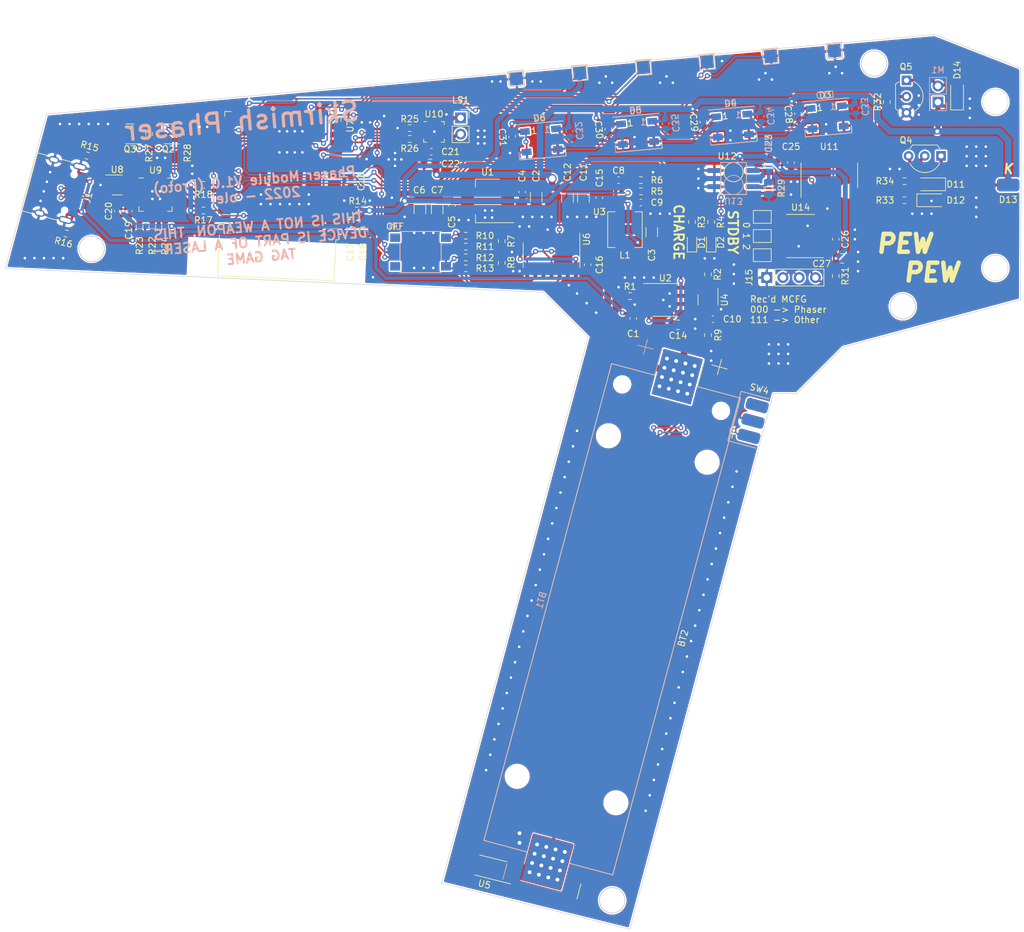
<source format=kicad_pcb>
(kicad_pcb (version 20211014) (generator pcbnew)
  (layers (0 "F.Cu" signal) (31 "B.Cu" signal) (34 "B.Paste" user) (35 "F.Paste" user) (36 "B.SilkS" user "B.Silkscreen") (37 "F.SilkS" user "F.Silkscreen") (38 "B.Mask" user) (39 "F.Mask" user) (44 "Edge.Cuts" user))
  (net 0 "")
  (net 1 "BAT_P")
  (net 2 "BAT_N")
  (net 3 "VBUS")
  (net 4 "GND")
  (net 5 "+5V")
  (net 6 "+3V3")
  (net 7 "Net-(C8-Pad1)")
  (net 8 "Net-(C8-Pad2)")
  (net 9 "Net-(C9-Pad2)")
  (net 10 "Net-(C10-Pad2)")
  (net 11 "VBAT_MEASURE")
  (net 12 "Net-(C23-Pad2)")
  (net 13 "Net-(C24-Pad2)")
  (net 14 "LED_CHRG")
  (net 15 "Net-(D1-Pad2)")
  (net 16 "LED_STDBY")
  (net 17 "Net-(D2-Pad2)")
  (net 18 "Net-(D3-Pad2)")
  (net 19 "LED_DIN")
  (net 20 "Net-(D4-Pad2)")
  (net 21 "Net-(D5-Pad2)")
  (net 22 "Net-(D6-Pad2)")
  (net 23 "Net-(D7-Pad2)")
  (net 24 "Net-(D8-Pad2)")
  (net 25 "Net-(D10-Pad4)")
  (net 27 "Net-(D11-Pad1)")
  (net 28 "Net-(D11-Pad2)")
  (net 29 "Net-(D13-Pad1)")
  (net 30 "Net-(D14-Pad2)")
  (net 31 "Net-(J1-PadA5)")
  (net 32 "USB_C_P")
  (net 33 "USB_C_N")
  (net 35 "Net-(J1-PadB5)")
  (net 37 "DISP_RESET")
  (net 38 "DISP_CLK")
  (net 39 "DISP_DC")
  (net 40 "DISP_CS")
  (net 41 "DISP_DATA")
  (net 42 "I2C_SDA")
  (net 43 "I2C_SCL")
  (net 44 "SWCLK")
  (net 45 "SWDIO")
  (net 46 "NRST")
  (net 47 "MCFG0")
  (net 48 "MCFG1")
  (net 49 "MCFG2")
  (net 50 "Net-(LS1-Pad1)")
  (net 51 "Net-(LS1-Pad2)")
  (net 52 "Net-(Q2-Pad1)")
  (net 53 "SER_RTS")
  (net 54 "ESP_EN")
  (net 55 "Net-(Q3-Pad1)")
  (net 56 "SER_DTR")
  (net 57 "ESP_IO0")
  (net 58 "Net-(Q4-Pad3)")
  (net 59 "Net-(Q5-Pad2)")
  (net 60 "Net-(R1-Pad1)")
  (net 61 "Net-(R2-Pad1)")
  (net 62 "Net-(R10-Pad2)")
  (net 63 "Net-(R11-Pad2)")
  (net 64 "PWR_ON")
  (net 65 "PWR_OFF")
  (net 66 "DISP_BL_CTRL")
  (net 67 "Net-(R22-Pad2)")
  (net 68 "Net-(R24-Pad2)")
  (net 69 "Net-(R25-Pad2)")
  (net 70 "SPK_EN")
  (net 71 "Net-(R26-Pad2)")
  (net 72 "VIBR")
  (net 73 "IR_TX")
  (net 74 "LED_FLASH")
  (net 78 "TRIGGER")
  (net 79 "SPK_BCLK")
  (net 80 "SPK_LRCLK")
  (net 81 "SPK_DIN")
  (net 82 "PWR_EN")
  (net 83 "Net-(U4-Pad1)")
  (net 84 "Net-(U4-Pad3)")
  (net 88 "Net-(U6-Pad1)")
  (net 89 "Net-(U6-Pad2)")
  (net 90 "Net-(U6-Pad11)")
  (net 103 "ESP_RXD")
  (net 104 "ESP_TXD")
  (net 105 "USB_P")
  (net 106 "USB_N")
  (net 124 "IR_A")
  (net 125 "IR_B")
  (net 126 "IR_DATA")
  (footprint "Jumper:SolderJumper-2_P1.3mm_Open_TrianglePad1.0x1.5mm" (layer "F.Cu") (at 187.45352 48.54648 180)
    (fp_text reference "JP1" hide)
    (fp_text value "SolderJumper_2_Open")
  )
  (footprint "Battery:BatteryHolder_Keystone_1042_1x18650" (layer "F.Cu") (at 163.95352 111.54648 -105)
    (fp_text reference "BT2")
    (fp_text value "18650")
  )
  (footprint "Resistor_SMD:R_0603_1608Metric" (layer "F.Cu") (at 168.45352 42.796479)
    (fp_text reference "R6")
    (fp_text value "100kΩ")
  )
  (footprint "Resistor_SMD:R_0603_1608Metric" (layer "F.Cu") (at 146.65352 55.74648 -90)
    (fp_text reference "R8")
    (fp_text value "100kΩ")
  )
  (footprint "Button_Switch_SMD:SW_Push_1P1T_NO_6x6mm_H9.5mm" (layer "F.Cu") (at 133.95352 54.04648)
    (fp_text reference "SW2" hide)
    (fp_text value "power off")
  )
  (footprint "Capacitor_SMD:C_1206_3216Metric" (layer "F.Cu") (at 152.05352 45.446479 -90)
    (fp_text reference "C2")
    (fp_text value "22uF")
  )
  (footprint "olelib:XKB8585-Z-220-EDGE" (layer "F.Cu") (at 186 80.5 75)
    (fp_text reference "SW4")
    (fp_text value "SW_DPDT_x2")
  )
  (footprint "Resistor_SMD:R_0603_1608Metric" (layer "F.Cu") (at 209.72852 45.94648)
    (fp_text reference "R33")
    (fp_text value "R")
  )
  (footprint "Package_TO_SOT_SMD:SOT-223-3_TabPin2" (layer "F.Cu") (at 144.45352 46.04648 180)
    (fp_text reference "U1")
    (fp_text value "AMS1117-3.3")
  )
  (footprint "LED_SMD:LED_0603_1608Metric" (layer "F.Cu") (at 176.45352 52.54648 90)
    (fp_text reference "D1")
    (fp_text value "CHRG")
  )
  (footprint "TestPoint:TestPoint_Pad_2.0x2.0mm" (layer "F.Cu") (at 188.777413 23.403365 95)
    (fp_text reference "J8" hide)
    (fp_text value "Conn_01x01_Female")
  )
  (footprint "Package_TO_SOT_THT:TO-92L_Inline_Wide" (layer "F.Cu") (at 210.02852 27.16648 -90)
    (fp_text reference "Q5")
    (fp_text value "BC337")
  )
  (footprint "Resistor_SMD:R_0603_1608Metric" (layer "F.Cu") (at 99.95352 43.54648)
    (fp_text reference "R18")
    (fp_text value "4.7kΩ")
  )
  (footprint "Capacitor_SMD:C_0603_1608Metric" (layer "F.Cu") (at 198.95352 52.04648 90)
    (fp_text reference "C26")
    (fp_text value "100nF")
  )
  (footprint "Capacitor_SMD:C_0603_1608Metric" (layer "F.Cu") (at 167.25352 64.44648 -90)
    (fp_text reference "C1")
    (fp_text value "100nF")
  )
  (footprint "Resistor_SMD:R_0603_1608Metric" (layer "F.Cu") (at 206.95352 30.54648 90)
    (fp_text reference "R32")
    (fp_text value "1kΩ")
  )
  (footprint "Diode_SMD:D_SOD-123" (layer "F.Cu") (at 213.90352 45.94648)
    (fp_text reference "D12")
    (fp_text value "1N4148")
  )
  (footprint "Resistor_SMD:R_0603_1608Metric" (layer "F.Cu") (at 132.25352 36.34648)
    (fp_text reference "R26")
    (fp_text value "680kΩ")
  )
  (footprint "Connector_PinSocket_2.54mm:PinSocket_1x04_P2.54mm_Vertical" (layer "F.Cu") (at 188.15352 58.04648 90)
    (fp_text reference "J15")
    (fp_text value "SWD")
  )
  (footprint "LED_SMD:LED_WS2812B_PLCC4_5.0x5.0mm_P3.2mm" (layer "F.Cu") (at 152.862919 36.568012 5)
    (fp_text reference "D6")
    (fp_text value "WS2812B")
  )
  (footprint "Resistor_SMD:R_0603_1608Metric" (layer "F.Cu") (at 209.72852 42.94648 180)
    (fp_text reference "R34")
    (fp_text value "R")
  )
  (footprint "LED_SMD:LED_WS2812B_PLCC4_5.0x5.0mm_P3.2mm" (layer "F.Cu") (at 182.800303 34.255908 5)
    (fp_text reference "D4")
    (fp_text value "WS2812B")
  )
  (footprint "Package_TO_SOT_SMD:SOT-23-6" (layer "F.Cu") (at 178.95352 61.54648 -90)
    (fp_text reference "U4")
    (fp_text value "DW01")
  )
  (footprint "Resistor_SMD:R_0603_1608Metric" (layer "F.Cu") (at 91.45352 35.54648 90)
    (fp_text reference "R27")
    (fp_text value "10kΩ")
  )
  (footprint "Capacitor_SMD:C_1206_3216Metric" (layer "F.Cu") (at 156.95352 45.546479 -90)
    (fp_text reference "C12")
    (fp_text value "22uF")
  )
  (footprint "Jumper:SolderJumper-2_P1.3mm_Open_TrianglePad1.0x1.5mm" (layer "F.Cu") (at 187.45352 51.54648 180)
    (fp_text reference "JP2" hide)
    (fp_text value "SolderJumper_2_Open")
  )
  (footprint "Capacitor_SMD:C_0805_2012Metric" (layer "F.Cu") (at 124.95352 50.54648 -90)
    (fp_text reference "C18")
    (fp_text value "10uF")
  )
  (footprint "Capacitor_SMD:C_1206_3216Metric" (layer "F.Cu") (at 159.45352 45.546479 -90)
    (fp_text reference "C11")
    (fp_text value "22uF")
  )
  (footprint "Resistor_SMD:R_0603_1608Metric" (layer "F.Cu") (at 141.02852 53.19648 180)
    (fp_text reference "R11")
    (fp_text value "3.2kΩ")
  )
  (footprint "TestPoint:TestPoint_Pad_2.0x2.0mm" (layer "F.Cu") (at 158.891573 26.018037 95)
    (fp_text reference "J11" hide)
    (fp_text value "Conn_01x01_Female")
  )
  (footprint "TestPoint:TestPoint_Pad_2.0x2.0mm" (layer "F.Cu") (at 148.929626 26.889595 95)
    (fp_text reference "J13" hide)
    (fp_text value "Conn_01x01_Female")
  )
  (footprint "Connector_USB:USB_C_Receptacle_HRO_TYPE-C-31-M-12" (layer "F.Cu") (at 76.45352 44.04648 -105)
    (fp_text reference "J1")
    (fp_text value "USB_C_Receptacle_USB2.0")
  )
  (footprint "TestPoint:TestPoint_Pad_2.0x2.0mm" (layer "F.Cu") (at 178.815466 24.274922 95)
    (fp_text reference "J5" hide)
    (fp_text value "Conn_01x01_Female")
  )
  (footprint "Capacitor_SMD:C_0603_1608Metric" (layer "F.Cu") (at 135.65352 38.346481 180)
    (fp_text reference "C21")
    (fp_text value "100nF")
  )
  (footprint "Resistor_SMD:R_0603_1608Metric" (layer "F.Cu") (at 176.45352 49.34648 -90)
    (fp_text reference "R3")
    (fp_text value "1kΩ")
  )
  (footprint "Resistor_SMD:R_0603_1608Metric" (layer "F.Cu") (at 99.95352 47.54648)
    (fp_text reference "R17")
    (fp_text value "4.7kΩ")
  )
  (footprint "Capacitor_SMD:C_0603_1608Metric" (layer "F.Cu") (at 148.292886 35.964018 -85)
    (fp_text reference "C31")
    (fp_text value "100nF")
  )
  (footprint "Resistor_SMD:R_0603_1608Metric" (layer "F.Cu") (at 166.75352 60.94648 180)
    (fp_text reference "R1")
    (fp_text value "1.2kΩ")
  )
  (footprint "Package_TO_SOT_SMD:SOT-23" (layer "F.Cu") (at 94.45352 35.54648 180)
    (fp_text reference "Q2")
    (fp_text value "SS8050-G")
  )
  (footprint "Resistor_SMD:R_0603_1608Metric" (layer "F.Cu") (at 141.028521 56.59648)
    (fp_text reference "R13")
    (fp_text value "10kΩ")
  )
  (footprint "Capacitor_SMD:C_0805_2012Metric" (layer "F.Cu") (at 135.45352 40.24648 180)
    (fp_text reference "C22")
    (fp_text value "10uF")
  )
  (footprint "TPS61230ARNSR:IC_TPS61230ARNSR" (layer "F.Cu") (at 164.46852 45.546479 -90)
    (fp_text reference "U3")
    (fp_text value "TPS61230ARNSR")
  )
  (footprint "Resistor_SMD:R_0603_1608Metric" (layer "F.Cu") (at 81.75352 38.94648 -15)
    (fp_text reference "R15")
    (fp_text value "5.1kΩ")
  )
  (footprint "Capacitor_SMD:C_0603_1608Metric" (layer "F.Cu") (at 161.95352 45.546479 -90)
    (fp_text reference "C15")
    (fp_text value "100nF")
  )
  (footprint "olelib:LED_EDGE" (layer "F.Cu") (at 225.95352 43.54648 90)
    (fp_text reference "D13")
    (fp_text value "Infrared 940nm")
  )
  (footprint "Capacitor_SMD:C_0603_1608Metric" (layer "F.Cu") (at 168.45352 46.296479 180)
    (fp_text reference "C9")
    (fp_text value "10pF")
  )
  (footprint "Connector_PinSocket_2.54mm:PinSocket_1x02_P2.54mm_Vertical" (layer "F.Cu") (at 140.22852 33.04648)
    (fp_text reference "LS1")
    (fp_text value "Speaker")
  )
  (footprint "Resistor_SMD:R_0603_1608Metric" (layer "F.Cu") (at 89.95352 50.04648 -90)
    (fp_text reference "R23")
    (fp_text value "22kΩ")
  )
  (footprint "Package_SO:SOIC-8-1EP_3.9x4.9mm_P1.27mm_EP2.29x3mm" (layer "F.Cu") (at 172.27852 61.541481)
    (fp_text reference "U2")
    (fp_text value "TP4056")
  )
  (footprint "Capacitor_SMD:C_0603_1608Metric" (layer "F.Cu") (at 178.230271 33.651915 -85)
    (fp_text reference "C29")
    (fp_text value "100nF")
  )
  (footprint "Resistor_SMD:R_0603_1608Metric" (layer "F.Cu") (at 198.95352 57.79648 -90)
    (fp_text reference "R31")
    (fp_text value "10kΩ")
  )
  (footprint "Capacitor_SMD:C_0603_1608Metric" (layer "F.Cu") (at 193.037349 32.355697 -85)
    (fp_text reference "C28")
    (fp_text value "100nF")
  )
  (footprint "Resistor_SMD:R_0603_1608Metric" (layer "F.Cu") (at 178.95352 67.04648 90)
    (fp_text reference "R9")
    (fp_text value "100Ω")
  )
  (footprint "Capacitor_SMD:C_1206_3216Metric" (layer "F.Cu") (at 136.55352 47.34648 -90)
    (fp_text reference "C7")
    (fp_text value "22uF")
  )
  (footprint "Capacitor_SMD:C_1206_3216Metric" (layer "F.Cu") (at 170.15352 50.946479 90)
    (fp_text reference "C3")
    (fp_text value "22uF")
  )
  (footprint "Resistor_SMD:R_0603_1608Metric" (layer "F.Cu") (at 168.45352 44.546479 180)
    (fp_text reference "R5")
    (fp_text value "316kΩ")
  )
  (footprint "Resistor_SMD:R_0603_1608Metric" (layer "F.Cu") (at 146.65352 52.34648 -90)
    (fp_text reference "R7")
    (fp_text value "350kΩ")
  )
  (footprint "Resistor_SMD:R_0603_1608Metric" (layer "F.Cu") (at 188.45352 44.04648 -90)
    (fp_text reference "R29")
    (fp_text value "100Ω")
  )
  (footprint "Package_TO_SOT_SMD:SOT-23-6" (layer "F.Cu") (at 86.45352 43.54648)
    (fp_text reference "U8")
    (fp_text value "USBLC6-2SC6")
  )
  (footprint "Package_SO:SO-14_3.9x8.65mm_P1.27mm" (layer "F.Cu") (at 197.95352 42.04648 90)
    (fp_text reference "U11")
    (fp_text value "74HC00")
  )
  (footprint "Capacitor_SMD:C_0603_1608Metric" (layer "F.Cu") (at 163.349966 34.771354 -85)
    (fp_text reference "C30")
    (fp_text value "100nF")
  )
  (footprint "RF_Module:ESP32-WROOM-32" (layer "F.Cu") (at 111.989577 42.29648 177.5)
    (fp_text reference "U7")
    (fp_text value "ESP32-WROOM-32")
  )
  (footprint "LED_SMD:LED_WS2812B_PLCC4_5.0x5.0mm_P3.2mm" (layer "F.Cu") (at 167.919999 35.375348 5)
    (fp_text reference "D5")
    (fp_text value "WS2812B")
  )
  (footprint "Jumper:SolderJumper-2_P1.3mm_Open_TrianglePad1.0x1.5mm" (layer "F.Cu") (at 187.45352 54.54648 180)
    (fp_text reference "JP3" hide)
    (fp_text value "SolderJumper_2_Open")
  )
  (footprint "Capacitor_SMD:C_1206_3216Metric" (layer "F.Cu") (at 133.853522 47.34648 -90)
    (fp_text reference "C6")
    (fp_text value "22uF")
  )
  (footprint "Package_TO_SOT_THT:TO-92L_Inline_Wide" (layer "F.Cu") (at 215.44352 38.99648 180)
    (fp_text reference "Q4")
    (fp_text value "BC337")
  )
  (footprint "Inductor_SMD:L_Sunlord_MWSA0518_5.4x5.2mm" (layer "F.Cu") (at 165.95352 50.54648 90)
    (fp_text reference "L1")
    (fp_text value "1uH")
  )
  (footprint "Package_DFN_QFN:QFN-28-1EP_5x5mm_P0.5mm_EP3.35x3.35mm" (layer "F.Cu") (at 92.45352 45.04648)
    (fp_text reference "U9")
    (fp_text value "CP2102N-Axx-xQFN28")
  )
  (footprint "TestPoint:TestPoint_Pad_2.0x2.0mm" (layer "F.Cu") (at 168.85352 25.14648 95)
    (fp_text reference "J7" hide)
    (fp_text value "Conn_01x01_Female")
  )
  (footprint "Capacitor_SMD:C_0603_1608Metric" (layer "F.Cu") (at 160.110374 56.04648 90)
    (fp_text reference "C16")
    (fp_text value "100nF")
  )
  (footprint "Resistor_SMD:R_0603_1608Metric" (layer "F.Cu") (at 178.95352 57.54648 90)
    (fp_text reference "R2")
    (fp_text value "1kΩ")
  )
  (footprint "Capacitor_SMD:C_0603_1608Metric" (layer "F.Cu") (at 191.95352 40.04648 -90)
    (fp_text reference "C25")
    (fp_text value "100nF")
  )
  (footprint "Capacitor_SMD:C_0603_1608Metric" (layer "F.Cu") (at 164.95352 42.796479 180)
    (fp_text reference "C8")
    (fp_text value "10nF")
  )
  (footprint "Package_SO:TSSOP-8_4.4x3mm_P0.65mm" (layer "F.Cu") (at 144.95352 150.54648 166)
    (fp_text reference "U5")
    (fp_text value "FS8205A")
  )
  (footprint "Capacitor_SMD:C_0603_1608Metric" (layer "F.Cu") (at 149.853521 44.646479 -90)
    (fp_text reference "C4")
    (fp_text value "100nF")
  )
  (footprint "Capacitor_SMD:C_0603_1608Metric" (layer "F.Cu") (at 123.05352 43.02148 -90)
    (fp_text reference "C13")
    (fp_text value "100nF")
  )
  (footprint "Capacitor_SMD:C_0603_1608Metric" (layer "F.Cu") (at 122.95352 50.32148 -90)
    (fp_text reference "C17")
    (fp_text value "100nF")
  )
  (footprint "Capacitor_SMD:C_0805_2012Metric" (layer "F.Cu") (at 199.95352 55.04648)
    (fp_text reference "C27")
    (fp_text value "10uF")
  )
  (footprint "Resistor_SMD:R_0603_1608Metric" (layer "F.Cu") (at 78.45352 51.14648 -15)
    (fp_text reference "R16")
    (fp_text value "5.1kΩ")
  )
  (footprint "LED_SMD:LED_0603_1608Metric" (layer "F.Cu") (at 179.45352 52.54648 90)
    (fp_text reference "D2")
    (fp_text value "STDBY")
  )
  (footprint "Package_TO_SOT_SMD:SOT-23" (layer "F.Cu") (at 88.45352 35.54648 180)
    (fp_text reference "Q3")
    (fp_text value "SS8050-G")
  )
  (footprint "Package_DFN_QFN:TQFN-16-1EP_3x3mm_P0.5mm_EP1.23x1.23mm" (layer "F.Cu") (at 136.05352 35.24648)
    (fp_text reference "U10")
    (fp_text value "MAX98357AETE+")
  )
  (footprint "Resistor_SMD:R_0603_1608Metric" (layer "F.Cu") (at 132.25352 34.646479)
    (fp_text reference "R25")
    (fp_text value "0Ω")
  )
  (footprint "Diode_SMD:D_SOD-123" (layer "F.Cu") (at 217.95352 29.54648 90)
    (fp_text reference "D14")
    (fp_text value "1N4148")
  )
  (footprint "Capacitor_SMD:C_0805_2012Metric" (layer "F.Cu") (at 174.253519 65.44648 180)
    (fp_text reference "C14")
    (fp_text value "10uF")
  )
  (footprint "TestPoint:TestPoint_Pad_2.0x2.0mm" (layer "F.Cu") (at 198.73936 22.531807 95)
    (fp_text reference "J6" hide)
    (fp_text value "Conn_01x01_Female")
  )
  (footprint "Resistor_SMD:R_0603_1608Metric" (layer "F.Cu") (at 141.02852 54.89648)
    (fp_text reference "R12")
    (fp_text value "10kΩ")
  )
  (footprint "Resistor_SMD:R_0603_1608Metric" (layer "F.Cu") (at 91.953519 50.04648 90)
    (fp_text reference "R22")
    (fp_text value "47.5kΩ")
  )
  (footprint "Resistor_SMD:R_0603_1608Metric" (layer "F.Cu") (at 179.45352 49.34648 -90)
    (fp_text reference "R4")
    (fp_text value "1kΩ")
  )
  (footprint "Package_SO:TSSOP-20_4.4x6.5mm_P0.65mm" (layer "F.Cu") (at 193.45352 51.54648 180)
    (fp_text reference "U14")
    (fp_text value "STM32G030Fx")
  )
  (footprint "Diode_SMD:D_SOD-123" (layer "F.Cu") (at 213.90352 43.44648 180)
    (fp_text reference "D11")
    (fp_text value "1N4148")
  )
  (footprint "Capacitor_SMD:C_0603_1608Metric" (layer "F.Cu") (at 138.85352 46.74648 -90)
    (fp_text reference "C5")
    (fp_text value "100nF")
  )
  (footprint "Resistor_SMD:R_0603_1608Metric" (layer "F.Cu") (at 123.95352 47.54648 180)
    (fp_text reference "R14")
    (fp_text value "10kΩ")
  )
  (footprint "Capacitor_SMD:C_0603_1608Metric" (layer "F.Cu") (at 88.25352 47.64648 90)
    (fp_text reference "C19")
    (fp_text value "100nF")
  )
  (footprint "olelib:IRM-H6XXT" (layer "F.Cu") (at 182.95352 42.54648 90)
    (fp_text reference "U12")
    (fp_text value "IRM-H6XXT")
  )
  (footprint "Capacitor_SMD:C_0603_1608Metric" (layer "F.Cu") (at 179.72852 64.54648 180)
    (fp_text reference "C10")
    (fp_text value "100nF")
  )
  (footprint "Capacitor_SMD:C_0603_1608Metric" (layer "F.Cu") (at 86.55352 47.64648 90)
    (fp_text reference "C20")
    (fp_text value "100nF")
  )
  (footprint "Resistor_SMD:R_0603_1608Metric" (layer "F.Cu") (at 97.45352 35.54648 -90)
    (fp_text reference "R28")
    (fp_text value "10kΩ")
  )
  (footprint "Package_SO:SO-14_3.9x8.65mm_P1.27mm" (layer "F.Cu") (at 154.45352 54.54648 -90)
    (fp_text reference "U6")
    (fp_text value "74HC00")
  )
  (footprint "Resistor_SMD:R_0603_1608Metric" (layer "F.Cu") (at 93.95352 50.04648 90)
    (fp_text reference "R24")
    (fp_text value "10kΩ")
  )
  (footprint "Resistor_SMD:R_0603_1608Metric" (layer "F.Cu") (at 141.02852 51.49648 180)
    (fp_text reference "R10")
    (fp_text value "3.2kΩ")
  )
  (footprint "LED_SMD:LED_WS2812B_PLCC4_5.0x5.0mm_P3.2mm" (layer "F.Cu") (at 197.60738 32.959691 5)
    (fp_text reference "D3")
    (fp_text value "WS2812B")
  )
  (footprint "Capacitor_SMD:C_0805_2012Metric" (layer "F.Cu") (at 188.453521 40.54648 -90)
    (fp_text reference "C23")
    (fp_text value "10uF")
  )
  (footprint "Capacitor_SMD:C_0805_2012Metric" (layer "B.Cu") (at 188.45352 44.04648 90)
    (fp_text reference "C24")
    (fp_text value "10uF")
  )
  (footprint "Capacitor_SMD:C_0603_1608Metric" (layer "B.Cu") (at 157.258639 35.179616 -85)
    (fp_text reference "C32")
    (fp_text value "100nF")
  )
  (footprint "LED_SMD:LED_WS2812B_PLCC4_5.0x5.0mm_P3.2mm" (layer "B.Cu") (at 182.800303 34.255908 -175)
    (fp_text reference "D9")
    (fp_text value "WS2812B")
  )
  (footprint "Connector_PinHeader_2.54mm:PinHeader_2x01_P2.54mm_Vertical" (layer "B.Cu") (at 214.95352 30.58648 90)
    (fp_text reference "M1")
    (fp_text value "Motor_DC")
  )
  (footprint "TestPoint:TestPoint_Pad_2.0x2.0mm" (layer "B.Cu") (at 168.85352 25.14648 95)
    (fp_text reference "J12" hide)
    (fp_text value "Conn_01x01_Female")
  )
  (footprint "TestPoint:TestPoint_Pad_2.0x2.0mm" (layer "B.Cu") (at 198.73936 22.531807 95)
    (fp_text reference "J4" hide)
    (fp_text value "Conn_01x01_Female")
  )
  (footprint "LED_SMD:LED_WS2812B_PLCC4_5.0x5.0mm_P3.2mm" (layer "B.Cu") (at 167.919999 35.375348 -175)
    (fp_text reference "D8")
    (fp_text value "WS2812B")
  )
  (footprint "TestPoint:TestPoint_Pad_2.0x2.0mm" (layer "B.Cu") (at 148.929626 26.889595 95)
    (fp_text reference "J2" hide)
    (fp_text value "Conn_01x01_Female")
  )
  (footprint "Capacitor_SMD:C_0603_1608Metric" (layer "B.Cu") (at 187.196023 32.867513 -85)
    (fp_text reference "C34")
    (fp_text value "100nF")
  )
  (footprint "TestPoint:TestPoint_Pad_2.0x2.0mm" (layer "B.Cu") (at 188.777413 23.403365 95)
    (fp_text reference "J10" hide)
    (fp_text value "Conn_01x01_Female")
  )
  (footprint "Battery:BatteryHolder_Keystone_1042_1x18650" (layer "B.Cu") (at 163.95352 111.54648 -105)
    (fp_text reference "BT1")
    (fp_text value "18650")
  )
  (footprint "LED_SMD:LED_WS2812B_PLCC4_5.0x5.0mm_P3.2mm" (layer "B.Cu") (at 197.60738 32.959691 -175)
    (fp_text reference "D10")
    (fp_text value "WS2812B")
  )
  (footprint "TestPoint:TestPoint_Pad_2.0x2.0mm" (layer "B.Cu") (at 178.815466 24.274922 95)
    (fp_text reference "J9" hide)
    (fp_text value "Conn_01x01_Female")
  )
  (footprint "Resistor_SMD:R_0603_1608Metric" (layer "B.Cu") (at 188.453521 40.54648 90)
    (fp_text reference "R30")
    (fp_text value "100Ω")
  )
  (footprint "olelib:IRM-H6XXT" (layer "B.Cu") (at 182.95352 42.54648 -90)
    (fp_text reference "U13")
    (fp_text value "IRM-H6XXT")
  )
  (footprint "Button_Switch_SMD:SW_Push_1P1T_NO_6x6mm_H9.5mm" (layer "B.Cu") (at 133.95352 54.04648 180)
    (fp_text reference "SW1" hide)
    (fp_text value "power on")
  )
  (footprint "LED_SMD:LED_WS2812B_PLCC4_5.0x5.0mm_P3.2mm" (layer "B.Cu") (at 152.862919 36.568012 -175)
    (fp_text reference "D7")
    (fp_text value "WS2812B")
  )
  (footprint "Capacitor_SMD:C_0603_1608Metric" (layer "B.Cu") (at 172.315719 33.986953 -85)
    (fp_text reference "C35")
    (fp_text value "100nF")
  )
  (footprint "Capacitor_SMD:C_0603_1608Metric" (layer "B.Cu") (at 202.003102 31.571295 -85)
    (fp_text reference "C33")
    (fp_text value "100nF")
  )
  (footprint "TestPoint:TestPoint_Pad_2.0x2.0mm" (layer "B.Cu") (at 158.891573 26.018037 95)
    (fp_text reference "J3" hide)
    (fp_text value "Conn_01x01_Female")
  )
  (gr_line (start 153.163636 60.338934) (end 153.163636 60.338934) (layer "Edge.Cuts") (width 0.1))
  (gr_line (start 137.271279 152.822088) (end 137.271302 152.822073) (layer "Edge.Cuts") (width 0.1))
  (gr_line (start 227.966233 36.764791) (end 227.966233 36.764791) (layer "Edge.Cuts") (width 0.1))
  (gr_line (start 160.190537 67.36585) (end 160.190537 67.36585) (layer "Edge.Cuts") (width 0.1))
  (gr_line (start 214.419663 20.007002) (end 214.419663 20.007002) (layer "Edge.Cuts") (width 0.1))
  (gr_line (start 137.271302 152.822073) (end 166.704636 160.085958) (layer "Edge.Cuts") (width 0.1))
  (gr_line (start 153.163636 60.338934) (end 160.190537 67.36585) (layer "Edge.Cuts") (width 0.1))
  (gr_line (start 227.883439 61.511694) (end 227.966233 36.764791) (layer "Edge.Cuts") (width 0.1))
  (gr_line (start 68.940808 56.617483) (end 68.940808 56.617483) (layer "Edge.Cuts") (width 0.1))
  (gr_line (start 227.966233 36.764791) (end 227.914536 25.273825) (layer "Edge.Cuts") (width 0.1))
  (gr_line (start 75.414323 32.457983) (end 68.940808 56.617483) (layer "Edge.Cuts") (width 0.1))
  (gr_line (start 227.914536 25.273825) (end 227.914536 25.273825) (layer "Edge.Cuts") (width 0.1))
  (gr_line (start 160.190537 67.36585) (end 137.271279 152.822088) (layer "Edge.Cuts") (width 0.1))
  (gr_line (start 189.176926 76.218191) (end 189.176926 76.218191) (layer "Edge.Cuts") (width 0.1))
  (gr_line (start 189.176926 76.218191) (end 192.831651 76.218191) (layer "Edge.Cuts") (width 0.1))
  (gr_line (start 200.091264 68.958578) (end 227.883439 61.511694) (layer "Edge.Cuts") (width 0.1))
  (gr_line (start 75.414323 32.457983) (end 75.414323 32.457983) (layer "Edge.Cuts") (width 0.1))
  (gr_line (start 166.704636 160.085958) (end 166.704636 160.085958) (layer "Edge.Cuts") (width 0.1))
  (gr_circle (center 209.45352 62.54648) (end 211.45352 62.54648) (layer "Edge.Cuts") (width 0.15) (fill none))
  (gr_circle (center 163.95352 155.54648) (end 165.95352 155.54648) (layer "Edge.Cuts") (width 0.15) (fill none))
  (gr_circle (center 223.95352 56.54648) (end 225.95352 56.54648) (layer "Edge.Cuts") (width 0.1) (fill none))
  (gr_circle (center 82.45352 53.54648) (end 84.45352 53.54648) (layer "Edge.Cuts") (width 0.15) (fill none))
  (gr_line (start 227.883439 61.511694) (end 227.883439 61.511694) (layer "Edge.Cuts") (width 0.1))
  (gr_line (start 200.091264 68.958578) (end 200.091264 68.958578) (layer "Edge.Cuts") (width 0.1))
  (gr_line (start 192.831651 76.218191) (end 192.831651 76.218191) (layer "Edge.Cuts") (width 0.1))
  (gr_line (start 166.704636 160.085958) (end 189.176926 76.218191) (layer "Edge.Cuts") (width 0.1))
  (gr_line (start 192.831651 76.218191) (end 200.091264 68.958578) (layer "Edge.Cuts") (width 0.1))
  (gr_line (start 68.940808 56.617483) (end 153.163636 60.338934) (layer "Edge.Cuts") (width 0.1))
  (gr_line (start 137.271279 152.822088) (end 137.271279 152.822088) (layer "Edge.Cuts") (width 0.1))
  (gr_circle (center 223.95352 30.54648) (end 225.95352 30.54648) (layer "Edge.Cuts") (width 0.1) (fill none))
  (gr_circle (center 204.95352 24.54648) (end 206.95352 24.54648) (layer "Edge.Cuts") (width 0.15) (fill none))
  (gr_line (start 214.419663 20.007002) (end 75.414323 32.457983) (layer "Edge.Cuts") (width 0.1))
  (gr_line (start 227.914536 25.273825) (end 214.419663 20.007002) (layer "Edge.Cuts") (width 0.1))
  (gr_text "Skirmish Phaser" (at 105.95352 33.54648 5) (layer "B.SilkS") (effects (font (size 3 3) (thickness 0.5)) (justify mirror)))
  (gr_text "ON" (at 129.95352 50.04648) (layer "B.SilkS") (effects (font (size 1 1)) (justify mirror)))
  (gr_text "Phaser Module V1.0 (Proto)\n2022 - olel\n\nTHIS IS NOT A WEAPON. THIS\nDEVICE IS PART OF A LASER-\nTAG GAME" (at 108.45352 48.79648 5) (layer "B.SilkS") (effects (font (size 1.5 1.5) (thickness 0.3)) (justify mirror)))
  (gr_text "OFF" (at 129.95352 50.04648) (layer "F.SilkS") (effects (font (size 1 1))))
  (gr_text "STDBY" (at 182.85352 50.94648 270) (layer "F.SilkS") (effects (font (size 1.5 1.5) (thickness 0.3))))
  (gr_text "0 1 2" (at 184.95352 51.54648 270) (layer "F.SilkS") (effects (font (size 1 1))))
  (gr_text "CHARGE" (at 174.35352 50.94648 270) (layer "F.SilkS") (effects (font (size 1.5 1.5) (thickness 0.3))))
  (gr_text "PEW\n  PEW" (at 205 55) (layer "F.SilkS") (effects (font (size 2.8 2.8) (thickness 0.7) italic) (justify left)))
  (gr_text "Rec'd MCFG\n000 -> Phaser\n111 -> Other" (at 185.45352 63.04648) (layer "F.SilkS") (effects (font (size 1 1)) (justify left)))
  (segment (start 175.378518 67.87148) (end 175.203519 68.046479) (width 1.016) (layer "F.Cu") (net 1))
  (segment (start 175.203519 68.046479) (end 175.203519 72.485971) (width 1.016) (layer "F.Cu") (net 1))
  (segment (start 149.55352 55.14648) (end 149.55352 52.34648) (width 0.508) (layer "F.Cu") (net 1))
  (segment (start 170.15352 55.04648) (end 170.15352 52.421479) (width 1.016) (layer "F.Cu") (net 1))
  (segment (start 178.95352 67.87148) (end 175.378518 67.87148) (width 1.016) (layer "F.Cu") (net 1))
  (segment (start 175.203519 72.485971) (end 174.132873 73.556617) (width 1.016) (layer "F.Cu") (net 1))
  (segment (start 174.132873 73.556617) (end 172.822736 72.24648) (width 1.016) (layer "F.Cu") (net 1))
  (segment (start 158.26352 55.15648) (end 158.25352 55.14648) (width 0.508) (layer "F.Cu") (net 1))
  (segment (start 168.85352 56.34648) (end 170.15352 55.04648) (width 1.016) (layer "F.Cu") (net 1))
  (segment (start 148.72852 51.52148) (end 146.65352 51.52148) (width 0.508) (layer "F.Cu") (net 1))
  (segment (start 163.32852 56.82148) (end 164.00352 57.49648) (width 1.016) (layer "F.Cu") (net 1))
  (segment (start 146.62852 51.49648) (end 146.65352 51.52148) (width 0.508) (layer "F.Cu") (net 1))
  (segment (start 149.55352 52.34648) (end 148.72852 51.52148) (width 0.508) (layer "F.Cu") (net 1))
  (segment (start 141.85352 51.49648) (end 141.85352 53.19648) (width 0.508) (layer "F.Cu") (net 1))
  (segment (start 175.203519 65.44648) (end 175.203519 68.046479) (width 1.016) (layer "F.Cu") (net 1))
  (segment (start 141.85352 51.49648) (end 146.62852 51.49648) (width 0.508) (layer "F.Cu") (net 1))
  (segment (start 165.15352 56.34648) (end 168.85352 56.34648) (width 1.016) (layer "F.Cu") (net 1))
  (segment (start 158.26352 57.02148) (end 159.910374 57.02148) (width 0.508) (layer "F.Cu") (net 1))
  (segment (start 168.95352 72.24648) (end 163.25352 66.54648) (width 1.016) (layer "F.Cu") (net 1))
  (segment (start 160.110374 56.82148) (end 163.32852 56.82148) (width 1.016) (layer "F.Cu") (net 1))
  (segment (start 165.36852 46.296479) (end 166.203519 46.296479) (width 0.254) (layer "F.Cu") (net 1))
  (segment (start 166.203519 46.296479) (end 166.45352 46.54648) (width 0.254) (layer "F.Cu") (net 1))
  (segment (start 163.25352 58.24648) (end 164.00352 57.49648) (width 1.016) (layer "F.Cu") (net 1))
  (segment (start 163.25352 66.54648) (end 163.25352 58.24648) (width 1.016) (layer "F.Cu") (net 1))
  (segment (start 159.910374 57.02148) (end 160.110374 56.82148) (width 0.508) (layer "F.Cu") (net 1))
  (segment (start 172.822736 72.24648) (end 168.95352 72.24648) (width 1.016) (layer "F.Cu") (net 1))
  (segment (start 164.00352 57.49648) (end 165.15352 56.34648) (width 1.016) (layer "F.Cu") (net 1))
  (segment (start 158.26352 57.02148) (end 158.26352 55.15648) (width 0.508) (layer "F.Cu") (net 1))
  (via (at 166.45352 46.54648) (size 0.8) (drill 0.4) (layers "F.Cu" "B.Cu") (net 1))
  (via (at 172.809774 75.456772) (size 1) (drill 0.6) (layers "F.Cu" "B.Cu") (net 1))
  (via (at 172.137343 72.170765) (size 1) (drill 0.6) (layers "F.Cu" "B.Cu") (net 1))
  (via (at 174.65753 74.428311) (size 1) (drill 0.6) (layers "F.Cu" "B.Cu") (net 1))
  (via (at 172.525571 70.721877) (size 1) (drill 0.6) (layers "F.Cu" "B.Cu") (net 1))
  (via (at 173.974461 71.110105) (size 1) (drill 0.6) (layers "F.Cu" "B.Cu") (net 1))
  (via (at 173.586231 72.558994) (size 1) (drill 0.6) (layers "F.Cu" "B.Cu") (net 1))
  (via (at 173.198003 74.007882) (size 1) (drill 0.6) (layers "F.Cu" "B.Cu") (net 1))
  (via (at 175.03512 72.947222) (size 1) (drill 0.6) (layers "F.Cu" "B.Cu") (net 1))
  (via (at 175.423349 71.498333) (size 1) (drill 0.6) (layers "F.Cu" "B.Cu") (net 1))
  (via (at 158.25352 55.14648) (size 0.8) (drill 0.4) (layers "F.Cu" "B.Cu") (net 1))
  (via (at 149.55352 55.14648) (size 0.8) (drill 0.4) (layers "F.Cu" "B.Cu") (net 1))
  (via (at 174.258662 75.844999) (size 1) (drill 0.6) (layers "F.Cu" "B.Cu") (net 1))
  (via (at 167.95352 52.54648) (size 0.8) (drill 0.4) (layers "F.Cu" "B.Cu") (net 1))
  (via (at 176.872237 71.886562) (size 1) (drill 0.6) (layers "F.Cu" "B.Cu") (net 1))
  (via (at 175.707552 76.233227) (size 1) (drill 0.6) (layers "F.Cu" "B.Cu") (net 1))
  (via (at 171.749114 73.619653) (size 1) (drill 0.6) (layers "F.Cu" "B.Cu") (net 1))
  (via (at 171.360887 75.068542) (size 1) (drill 0.6) (layers "F.Cu" "B.Cu") (net 1))
  (via (at 176.484009 73.335451) (size 1) (drill 0.6) (layers "F.Cu" "B.Cu") (net 1))
  (via (at 176.09578 74.78434) (size 1) (drill 0.6) (layers "F.Cu" "B.Cu") (net 1))
  (segment (start 166.45352 51.04648) (end 167.95352 52.54648) (width 0.508) (layer "B.Cu") (net 1))
  (segment (start 166.45352 46.54648) (end 166.45352 51.04648) (width 0.508) (layer "B.Cu") (net 1))
  (segment (start 158.25352 55.14648) (end 149.55352 55.14648) (width 0.508) (layer "B.Cu") (net 1))
  (segment (start 179.90352 62.68398) (end 179.90352 63.94648) (width 0.381) (layer "F.Cu") (net 2))
  (segment (start 171.95352 83.04648) (end 181.45352 73.54648) (width 0.381) (layer "F.Cu") (net 2))
  (segment (start 153.774167 149.536343) (end 171.95352 83.04648) (width 0.381) (layer "F.Cu") (net 2))
  (segment (start 181.20352 64.54648) (end 180.50352 64.54648) (width 0.381) (layer "F.Cu") (net 2))
  (segment (start 181.45352 64.79648) (end 181.20352 64.54648) (width 0.381) (layer "F.Cu") (net 2))
  (segment (start 181.45352 73.54648) (end 181.45352 64.79648) (width 0.381) (layer "F.Cu") (net 2))
  (segment (start 179.90352 63.94648) (end 180.50352 64.54648) (width 0.381) (layer "F.Cu") (net 2))
  (via (at 155.091269 147.580646) (size 1) (drill 0.6) (layers "F.Cu" "B.Cu") (net 2))
  (via (at 153.952397 151.964971) (size 1) (drill 0.6) (layers "F.Cu" "B.Cu") (net 2))
  (via (at 156.15193 149.417763) (size 1) (drill 0.6) (layers "F.Cu" "B.Cu") (net 2))
  (via (at 153.254152 148.641306) (size 1) (drill 0.6) (layers "F.Cu" "B.Cu") (net 2))
  (via (at 156.540159 147.968874) (size 1) (drill 0.6) (layers "F.Cu" "B.Cu") (net 2))
  (via (at 154.314813 150.478423) (size 1) (drill 0.6) (layers "F.Cu" "B.Cu") (net 2))
  (via (at 151.028807 151.150855) (size 1) (drill 0.6) (layers "F.Cu" "B.Cu") (net 2))
  (via (at 155.375473 152.31554) (size 1) (drill 0.6) (layers "F.Cu" "B.Cu") (net 2))
  (via (at 152.477696 151.539084) (size 1) (drill 0.6) (layers "F.Cu" "B.Cu") (net 2))
  (via (at 151.417035 149.701966) (size 1) (drill 0.6) (layers "F.Cu" "B.Cu") (net 2))
  (via (at 152.865924 150.090195) (size 1) (drill 0.6) (layers "F.Cu" "B.Cu") (net 2))
  (via (at 153.64238 147.192416) (size 1) (drill 0.6) (layers "F.Cu" "B.Cu") (net 2))
  (via (at 155.763702 150.866652) (size 1) (drill 0.6) (layers "F.Cu" "B.Cu") (net 2))
  (via (at 154.703041 149.029535) (size 1) (drill 0.6) (layers "F.Cu" "B.Cu") (net 2))
  (via (at 151.805263 148.253077) (size 1) (drill 0.6) (layers "F.Cu" "B.Cu") (net 2))
  (via (at 152.193492 146.804189) (size 1) (drill 0.6) (layers "F.Cu" "B.Cu") (net 2))
  (segment (start 175.27852 48.52148) (end 174.70352 49.09648) (width 0.508) (layer "F.Cu") (net 3))
  (segment (start 87.59102 43.54648) (end 86.85352 43.54648) (width 0.254) (layer "F.Cu") (net 3))
  (segment (start 167.25352 63.67148) (end 165.67852 63.67148) (width 0.508) (layer "F.Cu") (net 3))
  (segment (start 174.75352 59.636481) (end 174.75352 58.59648) (width 0.508) (layer "F.Cu") (net 3))
  (segment (start 89.95352 50.87148) (end 89.95352 51.14648) (width 0.508) (layer "F.Cu") (net 3))
  (segment (start 86.85352 43.54648) (end 86.45352 43.14648) (width 0.254) (layer "F.Cu") (net 3))
  (segment (start 86.45352 43.14648) (end 86.45352 42.397579) (width 0.254) (layer "F.Cu") (net 3))
  (segment (start 169.70352 63.546481) (end 169.80352 63.446481) (width 0.508) (layer "F.Cu") (net 3))
  (segment (start 83.23004 41.96996) (end 82.15352 43.04648) (width 0.254) (layer "F.Cu") (net 3))
  (segment (start 86.025901 41.96996) (end 83.23004 41.96996) (width 0.254) (layer "F.Cu") (net 3))
  (segment (start 80.85352 47.74648) (end 79.726583 47.459921) (width 0.508) (layer "F.Cu") (net 3))
  (segment (start 174.75352 58.59648) (end 174.70352 58.54648) (width 0.508) (layer "F.Cu") (net 3))
  (segment (start 174.70352 49.09648) (end 174.70352 58.54648) (width 0.508) (layer "F.Cu") (net 3))
  (segment (start 167.478519 63.446481) (end 167.25352 63.67148) (width 0.508) (layer "F.Cu") (net 3))
  (segment (start 176.45352 48.52148) (end 179.45352 48.52148) (width 0.381) (layer "F.Cu") (net 3))
  (segment (start 169.70352 64.79648) (end 169.70352 63.546481) (width 0.508) (layer "F.Cu") (net 3))
  (segment (start 176.45352 48.52148) (end 175.27852 48.52148) (width 0.508) (layer "F.Cu") (net 3))
  (segment (start 89.95352 51.14648) (end 88.85352 52.24648) (width 0.508) (layer "F.Cu") (net 3))
  (segment (start 86.45352 42.397579) (end 86.025901 41.96996) (width 0.254) (layer "F.Cu") (net 3))
  (segment (start 80.994797 42.726885) (end 82.15352 43.04648) (width 0.508) (layer "F.Cu") (net 3))
  (segment (start 169.80352 63.446481) (end 167.478519 63.446481) (width 0.508) (layer "F.Cu") (net 3))
  (segment (start 165.67852 63.67148) (end 165.55352 63.54648) (width 0.508) (layer "F.Cu") (net 3))
  (via (at 88.85352 52.24648) (size 0.8) (drill 0.4) (layers "F.Cu" "B.Cu") (net 3))
  (via (at 165.55352 63.54648) (size 0.8) (drill 0.4) (layers "F.Cu" "B.Cu") (net 3))
  (via (at 169.70352 64.79648) (size 0.8) (drill 0.4) (layers "F.Cu" "B.Cu") (net 3))
  (via (at 80.85352 47.74648) (size 0.8) (drill 0.4) (layers "F.Cu" "B.Cu") (net 3))
  (via (at 82.15352 43.04648) (size 0.8) (drill 0.4) (layers "F.Cu" "B.Cu") (net 3))
  (via (at 174.70352 58.54648) (size 0.8) (drill 0.4) (layers "F.Cu" "B.Cu") (net 3))
  (segment (start 126.95352 56.54648) (end 128.55352 58.14648) (width 0.508) (layer "B.Cu") (net 3))
  (segment (start 95.65352 52.24648) (end 97.05352 50.84648) (width 0.508) (layer "B.Cu") (net 3))
  (segment (start 82.15352 43.04648) (end 80.85352 47.74648) (width 0.508) (layer "B.Cu") (net 3))
  (segment (start 85.35352 52.24648) (end 88.85352 52.24648) (width 0.508) (layer "B.Cu") (net 3))
  (segment (start 172.95352 64.79648) (end 169.70352 64.79648) (width 0.508) (layer "B.Cu") (net 3))
  (segment (start 173.70352 64.04648) (end 172.95352 64.79648) (width 0.508) (layer "B.Cu") (net 3))
  (segment (start 174.70352 58.54648) (end 174.70352 63.04648) (width 0.508) (layer "B.Cu") (net 3))
  (segment (start 125.75352 50.84648) (end 126.95352 52.04648) (width 0.508) (layer "B.Cu") (net 3))
  (segment (start 160.15352 58.14648) (end 165.55352 63.54648) (width 0.508) (layer "B.Cu") (net 3))
  (segment (start 97.05352 50.84648) (end 125.75352 50.84648) (width 0.508) (layer "B.Cu") (net 3))
  (segment (start 128.55352 58.14648) (end 160.15352 58.14648) (width 0.508) (layer "B.Cu") (net 3))
  (segment (start 174.70352 63.04648) (end 173.70352 64.04648) (width 0.508) (layer "B.Cu") (net 3))
  (segment (start 80.85352 47.74648) (end 85.35352 52.24648) (width 0.508) (layer "B.Cu") (net 3))
  (segment (start 88.85352 52.24648) (end 95.65352 52.24648) (width 0.508) (layer "B.Cu") (net 3))
  (segment (start 126.95352 52.04648) (end 126.95352 56.54648) (width 0.508) (layer "B.Cu") (net 3))
  (segment (start 135.80352 33.80898) (end 135.80352 34.99648) (width 0.254) (layer "F.Cu") (net 4))
  (segment (start 136.10352 35.19648) (end 136.05352 35.24648) (width 0.254) (layer "F.Cu") (net 4))
  (segment (start 90.00352 44.54648) (end 91.95352 44.54648) (width 0.254) (layer "F.Cu") (net 4))
  (segment (start 124.55352 51.09648) (end 124.95352 51.49648) (width 0.508) (layer "F.Cu") (net 4))
  (segment (start 122.95352 51.09648) (end 124.55352 51.09648) (width 0.508) (layer "F.Cu") (net 4))
  (segment (start 137.49102 34.99648) (end 136.30352 34.99648) (width 0.254) (layer "F.Cu") (net 4))
  (segment (start 135.80352 35.49648) (end 136.05352 35.24648) (width 0.254) (layer "F.Cu") (net 4))
  (segment (start 82.145856 41.954144) (end 82.75352 41.34648) (width 0.508) (layer "F.Cu") (net 4))
  (segment (start 136.30352 34.99648) (end 136.10352 35.19648) (width 0.254) (layer "F.Cu") (net 4))
  (segment (start 91.95352 44.54648) (end 92.45352 45.04648) (width 0.254) (layer "F.Cu") (net 4))
  (segment (start 134.61602 35.49648) (end 135.80352 35.49648) (width 0.254) (layer "F.Cu") (net 4))
  (segment (start 135.80352 34.99648) (end 136.05352 35.24648) (width 0.254) (layer "F.Cu") (net 4))
  (segment (start 81.201852 41.954144) (end 82.145856 41.954144) (width 0.508) (layer "F.Cu") (net 4))
  (via (at 180.835806 98.057593) (size 0.8) (drill 0.4) (layers "F.Cu" "B.Cu") (net 4))
  (via (at 147.95352 38.54648) (size 0.8) (drill 0.4) (layers "F.Cu" "B.Cu") (net 4))
  (via (at 199.95352 26.04648) (size 0.8) (drill 0.4) (layers "F.Cu" "B.Cu") (net 4))
  (via (at 135.95352 51.04648) (size 0.8) (drill 0.4) (layers "F.Cu" "B.Cu") (net 4))
  (via (at 181.15352 24.14648) (size 0.8) (drill 0.4) (layers "F.Cu" "B.Cu") (net 4))
  (via (at 75 55) (size 0.8) (drill 0.4) (layers "F.Cu" "B.Cu") (net 4))
  (via (at 155.865329 91.705738) (size 0.8) (drill 0.4) (layers "F.Cu" "B.Cu") (net 4))
  (via (at 85 34) (size 0.8) (drill 0.4) (layers "F.Cu" "B.Cu") (net 4))
  (via (at 167.45352 58.04648) (size 0.8) (drill 0.4) (layers "F.Cu" "B.Cu") (net 4))
  (via (at 183.423997 88.398335) (size 0.8) (drill 0.4) (layers "F.Cu" "B.Cu") (net 4))
  (via (at 115.45352 35.14648) (size 0.8) (drill 0.4) (layers "F.Cu" "B.Cu") (net 4))
  (via (at 191.95352 45.04648) (size 0.8) (drill 0.4) (layers "F.Cu" "B.Cu") (net 4))
  (via (at 130.95352 39.54648) (size 0.8) (drill 0.4) (layers "F.Cu" "B.Cu") (net 4))
  (via (at 153.924186 98.950181) (size 0.8) (drill 0.4) (layers "F.Cu" "B.Cu") (net 4))
  (via (at 153.277138 101.364996) (size 0.8) (drill 0.4) (layers "F.Cu" "B.Cu") (net 4))
  (via (at 130.35352 34.64648) (size 0.8) (drill 0.4) (layers "F.Cu" "B.Cu") (net 4))
  (via (at 98.20352 40.54648) (size 0.8) (drill 0.4) (layers "F.Cu" "B.Cu") (net 4))
  (via (at 182.77695 90.81315) (size 0.8) (drill 0.4) (layers "F.Cu" "B.Cu") (net 4))
  (via (at 82 34) (size 0.8) (drill 0.4) (layers "F.Cu" "B.Cu") (net 4))
  (via (at 171.95352 61.54648) (size 0.8) (drill 0.4) (layers "F.Cu" "B.Cu") (net 4))
  (via (at 222.45352 37.54648) (size 0.8) (drill 0.4) (layers "F.Cu" "B.Cu") (net 4))
  (via (at 191.5 68.5) (size 0.8) (drill 0.4) (layers "F.Cu" "B.Cu") (net 4))
  (via (at 198.95352 25.04648) (size 0.8) (drill 0.4) (layers "F.Cu" "B.Cu") (net 4))
  (via (at 99.35352 34.44648) (size 0.8) (drill 0.4) (layers "F.Cu" "B.Cu") (net 4))
  (via (at 202.45352 54.04648) (size 0.8) (drill 0.4) (layers "F.Cu" "B.Cu") (net 4))
  (via (at 208.95352 41.04648) (size 0.8) (drill 0.4) (layers "F.Cu" "B.Cu") (net 4))
  (via (at 158.45352 82.04648) (size 0.8) (drill 0.4) (layers "F.Cu" "B.Cu") (net 4))
  (via (at 176.95352 112.54648) (size 0.8) (drill 0.4) (layers "F.Cu" "B.Cu") (net 4))
  (via (at 158.45352 60.54648) (size 0.8) (drill 0.4) (layers "F.Cu" "B.Cu") (net 4))
  (via (at 93.95352 39.29648) (size 0.8) (drill 0.4) (layers "F.Cu" "B.Cu") (net 4))
  (via (at 183 56) (size 0.8) (drill 0.4) (layers "F.Cu" "B.Cu") (net 4))
  (via (at 92.70352 39.29648) (size 0.8) (drill 0.4) (layers "F.Cu" "B.Cu") (net 4))
  (via (at 191.5 70) (size 0.8) (drill 0.4) (layers "F.Cu" "B.Cu") (net 4))
  (via (at 197.95352 26.04648) (size 0.8) (drill 0.4) (layers "F.Cu" "B.Cu") (net 4))
  (via (at 126.5 58) (size 0.8) (drill 0.4) (layers "F.Cu" "B.Cu") (net 4))
  (via (at 114.25352 38.44648) (size 0.8) (drill 0.4) (layers "F.Cu" "B.Cu") (net 4))
  (via (at 145.512567 130.342772) (size 0.8) (drill 0.4) (layers "F.Cu" "B.Cu") (net 4))
  (via (at 186.95352 27.04648) (size 0.8) (drill 0.4) (layers "F.Cu" "B.Cu") (net 4))
  (via (at 158.45352 48.54648) (size 0.8) (drill 0.4) (layers "F.Cu" "B.Cu") (net 4))
  (via (at 163.95352 27.54648) (size 0.8) (drill 0.4) (layers "F.Cu" "B.Cu") (net 4))
  (via (at 157.806473 84.461295) (size 0.8) (drill 0.4) (layers "F.Cu" "B.Cu") (net 4))
  (via (at 141.45352 49.04648) (size 0.8) (drill 0.4) (layers "F.Cu" "B.Cu") (net 4))
  (via (at 93.15352 45.74648) (size 0.8) (drill 0.4) (layers "F.Cu" "B.Cu") (net 4))
  (via (at 149.45352 145.04648) (size 1) (drill 0.6) (layers "F.Cu" "B.Cu") (net 4))
  (via (at 167.476932 62.275238) (size 0.8) (drill 0.4) (layers "F.Cu" "B.Cu") (net 4))
  (via (at 142.95352 35.04648) (size 0.8) (drill 0.4) (layers "F.Cu" "B.Cu") (net 4))
  (via (at 80.5 34) (size 0.8) (drill 0.4) (layers "F.Cu" "B.Cu") (net 4))
  (via (at 72 55) (size 0.8) (drill 0.4) (layers "F.Cu" "B.Cu") (net 4))
  (via (at 146.806663 125.513142) (size 0.8) (drill 0.4) (layers "F.Cu" "B.Cu") (net 4))
  (via (at 128.25352 32.74648) (size 0.8) (drill 0.4) (layers "F.Cu" "B.Cu") (net 4))
  (via (at 125.5 39.5) (size 0.8) (drill 0.4) (layers "F.Cu" "B.Cu") (net 4))
  (via (at 177.45352 44.04648) (size 0.8) (drill 0.4) (layers "F.Cu" "B.Cu") (net 4))
  (via (at 114.25352 35.14648) (size 0.8) (drill 0.4) (layers "F.Cu" "B.Cu") (net 4))
  (via (at 146.45352 27.34648) (size 0.8) (drill 0.4) (layers "F.Cu" "B.Cu") (net 4))
  (via (at 142.95352 37.04648) (size 0.8) (drill 0.4) (layers "F.Cu" "B.Cu") (net 4))
  (via (at 180.188758 100.472408) (size 0.8) (drill 0.4) (layers "F.Cu" "B.Cu") (net 4))
  (via (at 219.95352 31.54648) (size 0.8) (drill 0.4) (layers "F.Cu" "B.Cu") (net 4))
  (via (at 161.95352 27.54648) (size 0.8) (drill 0.4) (layers "F.Cu" "B.Cu") (net 4))
  (via (at 73.5 55) (size 0.8) (drill 0.4) (layers "F.Cu" "B.Cu") (net 4))
  (via (at 151.983043 106.194625) (size 0.8) (drill 0.4) (layers "F.Cu" "B.Cu") (net 4))
  (via (at 83.5 34) (size 0.8) (drill 0.4) (layers "F.Cu" "B.Cu") (net 4))
  (via (at 108.95352 46.54648) (size 0.8) (drill 0.4) (layers "F.Cu" "B.Cu") (net 4))
  (via (at 77.5 34) (size 0.8) (drill 0.4) (layers "F.Cu" "B.Cu") (net 4))
  (via (at 129.95352 38.54648) (size 0.8) (drill 0.4) (layers "F.Cu" "B.Cu") (net 4))
  (via (at 190 71.5) (size 0.8) (drill 0.4) (layers "F.Cu" "B.Cu") (net 4))
  (via (at 76.5 55) (size 0.8) (drill 0.4) (layers "F.Cu" "B.Cu") (net 4))
  (via (at 194.55352 49.94648) (size 0.8) (drill 0.4) (layers "F.Cu" "B.Cu") (net 4))
  (via (at 211.95352 31.04648) (size 0.8) (drill 0.4) (layers "F.Cu" "B.Cu") (net 4))
  (via (at 91.95352 44.54648) (size 0.8) (drill 0.4) (layers "F.Cu" "B.Cu") (net 4))
  (via (at 188.5 68.5) (size 0.8) (drill 0.4) (layers "F.Cu" "B.Cu") (net 4))
  (via (at 181.482854 95.642779) (size 0.8) (drill 0.4) (layers "F.Cu" "B.Cu") (net 4))
  (via (at 210.95352 48.04648) (size 0.8) (drill 0.4) (layers "F.Cu" "B.Cu") (net 4))
  (via (at 162.95352 26.54648) (size 0.8) (drill 0.4) (layers "F.Cu" "B.Cu") (net 4))
  (via (at 188.5 70) (size 0.8) (drill 0.4) (layers "F.Cu" "B.Cu") (net 4))
  (via (at 179.541711 102.887222) (size 0.8) (drill 0.4) (layers "F.Cu" "B.Cu") (net 4))
  (via (at 142.95352 36.04648) (size 0.8) (drill 0.4) (layers "F.Cu" "B.Cu") (net 4))
  (via (at 134.45352 51.04648) (size 0.8) (drill 0.4) (layers "F.Cu" "B.Cu") (net 4))
  (via (at 145.15352 27.34648) (size 0.8) (drill 0.4) (layers "F.Cu" "B.Cu") (net 4))
  (via (at 144.05352 48.64648) (size 0.8) (drill 0.4) (layers "F.Cu" "B.Cu") (net 4))
  (via (at 169.95352 48.04648) (size 0.8) (drill 0.4) (layers "F.Cu" "B.Cu") (net 4))
  (via (at 124.75352 33.74648) (size 0.8) (drill 0.4) (layers "F.Cu" "B.Cu") (net 4))
  (via (at 211.95352 29.54648) (size 0.8) (drill 0.4) (layers "F.Cu" "B.Cu") (net 4))
  (via (at 111.95352 46.54648) (size 0.8) (drill 0.4) (layers "F.Cu" "B.Cu") (net 4))
  (via (at 113.05352 38.44648) (size 0.8) (drill 0.4) (layers "F.Cu" "B.Cu") (net 4))
  (via (at 149.45352 57.04648) (size 0.8) (drill 0.4) (layers "F.Cu" "B.Cu") (net 4))
  (via (at 136.10352 35.19648) (size 0.8) (drill 0.4) (layers "F.Cu" "B.Cu") (net 4))
  (via (at 188.95352 27.04648) (size 0.8) (drill 0.4) (layers "F.Cu" "B.Cu") (net 4))
  (via (at 74.95352 44.54648) (size 0.8) (drill 0.4) (layers "F.Cu" "B.Cu") (net 4))
  (via (at 144.218472 135.1724) (size 0.8) (drill 0.4) (layers "F.Cu" "B.Cu") (net 4))
  (via (at 157.15352 59.24648) (size 0.8) (drill 0.4) (layers "F.Cu" "B.Cu") (net 4))
  (via (at 167.45352 36.04648) (size 0.8) (drill 0.4) (layers "F.Cu" "B.Cu") (net 4))
  (via (at 129.95352 39.54648) (size 0.8) (drill 0.4) (layers "F.Cu" "B.Cu") (net 4))
  (via (at 168.95352 58.04648) (size 0.8) (drill 0.4) (layers "F.Cu" "B.Cu") (net 4))
  (via (at 129.95352 40.54648) (size 0.8) (drill 0.4) (layers "F.Cu" "B.Cu") (net 4))
  (via (at 181 63) (size 0.8) (drill 0.4) (layers "F.Cu" "B.Cu") (net 4))
  (via (at 151.335996 108.60944) (size 0.8) (drill 0.4) (layers "F.Cu" "B.Cu") (net 4))
  (via (at 148.747806 118.268699) (size 0.8) (drill 0.4) (layers "F.Cu" "B.Cu") (net 4))
  (via (at 202.45352 55.54648) (size 0.8) (drill 0.4) (layers "F.Cu" "B.Cu") (net 4))
  (via (at 79 34) (size 0.8) (drill 0.4) (layers "F.Cu" "B.Cu") (net 4))
  (via (at 126 46) (size 0.8) (drill 0.4) (layers "F.Cu" "B.Cu") (net 4))
  (via (at 110.45352 46.54648) (size 0.8) (drill 0.4) (layers "F.Cu" "B.Cu") (net 4))
  (via (at 122 46) (size 0.8) (drill 0.4) (layers "F.Cu" "B.Cu") (net 4))
  (via (at 183 59) (size 0.8) (drill 0.4) (layers "F.Cu" "B.Cu") (net 4))
  (via (at 179.45352 69.54648) (size 0.8) (drill 0.4) (layers "F.Cu" "B.Cu") (net 4))
  (via (at 178.247615 107.716851) (size 0.8) (drill 0.4) (layers "F.Cu" "B.Cu") (net 4))
  (via (at 75.95352 41.54648) (size 0.8) (drill 0.4) (layers "F.Cu" "B.Cu") (net 4))
  (via (at 148.45352 57.04648) (size 0.8) (drill 0.4) (layers "F.Cu" "B.Cu") (net 4))
  (via (at 176.306473 114.961295) (size 0.8) (drill 0.4) (layers "F.Cu" "B.Cu") (net 4))
  (via (at 175.012378 119.790923) (size 0.8) (drill 0.4) (layers "F.Cu" "B.Cu") (net 4))
  (via (at 173.45352 27.54648) (size 0.8) (drill 0.4) (layers "F.Cu" "B.Cu") (net 4))
  (via (at 139.95352 49.04648) (size 0.8) (drill 0.4) (layers "F.Cu" "B.Cu") (net 4))
  (via (at 179.45352 71.04648) (size 0.8) (drill 0.4) (layers "F.Cu" "B.Cu") (net 4))
  (via (at 171.45352 27.54648) (size 0.8) (drill 0.4) (layers "F.Cu" "B.Cu") (net 4))
  (via (at 170.483044 136.694627) (size 0.8) (drill 0.4) (layers "F.Cu" "B.Cu") (net 4))
  (via (at 222.45352 40.54648) (size 0.8) (drill 0.4) (layers "F.Cu" "B.Cu") (net 4))
  (via (at 138 32.5) (size 0.8) (drill 0.4) (layers "F.Cu" "B.Cu") (net 4))
  (via (at 219.45352 37.54648) (size 0.8) (drill 0.4) (layers "F.Cu" "B.Cu") (net 4))
  (via (at 150.95352 50.04648) (size 0.8) (drill 0.4) (layers "F.Cu" "B.Cu") (net 4))
  (via (at 144.05352 47.54648) (size 0.8) (drill 0.4) (layers "F.Cu" "B.Cu") (net 4))
  (via (at 179.95352 55.04648) (size 0.8) (drill 0.4) (layers "F.Cu" "B.Cu") (net 4))
  (via (at 132.95352 56.54648) (size 0.8) (drill 0.4) (layers "F.Cu" "B.Cu") (net 4))
  (via (at 143.95352 36.04648) (size 0.8) (drill 0.4) (layers "F.Cu" "B.Cu") (net 4))
  (via (at 177.600568 110.131667) (size 0.8) (drill 0.4) (layers "F.Cu" "B.Cu") (net 4))
  (via (at 172.95352 48.04648) (size 0.8) (drill 0.4) (layers "F.Cu" "B.Cu") (net 4))
  (via (at 152.95352 48.54648) (size 0.8) (drill 0.4) (layers "F.Cu" "B.Cu") (net 4))
  (via (at 201.95352 52.04648) (size 0.8) (drill 0.4) (layers "F.Cu" "B.Cu") (net 4))
  (via (at 75.45352 43.04648) (size 0.8) (drill 0.4) (layers "F.Cu" "B.Cu") (net 4))
  (via (at 193.15352 53.14648) (size 0.8) (drill 0.4) (layers "F.Cu" "B.Cu") (net 4))
  (via (at 126.05352 33.74648) (size 0.8) (drill 0.4) (layers "F.Cu" "B.Cu") (net 4))
  (via (at 170.45352 58.04648) (size 0.8) (drill 0.4) (layers "F.Cu" "B.Cu") (net 4))
  (via (at 202.45352 57.04648) (size 0.8) (drill 0.4) (layers "F.Cu" "B.Cu") (net 4))
  (via (at 171.45352 48.04648) (size 0.8) (drill 0.4) (layers "F.Cu" "B.Cu") (net 4))
  (via (at 159.95352 62.04648) (size 0.8) (drill 0.4) (layers "F.Cu" "B.Cu") (net 4))
  (via (at 191.95352 43.04648) (size 0.8) (drill 0.4) (layers "F.Cu" "B.Cu") (net 4))
  (via (at 155.218281 94.120553) (size 0.8) (drill 0.4) (layers "F.Cu" "B.Cu") (net 4))
  (via (at 211.95352 32.54648) (size 0.8) (drill 0.4) (layers "F.Cu" "B.Cu") (net 4))
  (via (at 187.95352 26.04648) (size 0.8) (drill 0.4) (layers "F.Cu" "B.Cu") (net 4))
  (via (at 197.65352 47.24648) (size 0.8) (drill 0.4) (layers "F.Cu" "B.Cu") (net 4))
  (via (at 172.45352 26.54648) (size 0.8) (drill 0.4) (layers "F.Cu" "B.Cu") (net 4))
  (via (at 176.95352 66.04648) (size 0.8) (drill 0.4) (layers "F.Cu" "B.Cu") (net 4))
  (via (at 182.45352 35.04648) (size 0.8) (drill 0.4) (layers "F.Cu" "B.Cu") (net 4))
  (via (at 156.95352 48.54648) (size 0.8) (drill 0.4) (layers "F.Cu" "B.Cu") (net 4))
  (via (at 111.85352 38.44648) (size 0.8) (drill 0.4) (layers "F.Cu" "B.Cu") (net 4))
  (via (at 219.45352 40.54648) (size 0.8) (drill 0.4) (layers "F.Cu" "B.Cu") (net 4))
  (via (at 172.424188 129.450182) (size 0.8) (drill 0.4) (layers "F.Cu" "B.Cu") (net 4))
  (via (at 100.55352 34.44648) (size 0.8) (drill 0.4) (layers "F.Cu" "B.Cu") (net 4))
  (via (at 74.45352 46.04648) (size 0.8) (drill 0.4) (layers "F.Cu" "B.Cu") (net 4))
  (via (at 220.95352 40.54648) (size 0.8) (drill 0.4) (layers "F.Cu" "B.Cu") (net 4))
  (via (at 171.130092 134.279811) (size 0.8) (drill 0.4) (layers "F.Cu" "B.Cu") (net 4))
  (via (at 207.45352 41.04648) (size 0.8) (drill 0.4) (layers "F.Cu" "B.Cu") (net 4))
  (via (at 177.45352 42.54648) (size 0.8) (drill 0.4) (layers "F.Cu" "B.Cu") (net 4))
  (via (at 108.95352 45.04648) (size 0.8) (drill 0.4) (layers "F.Cu" "B.Cu") (net 4))
  (via (at 173.071235 127.035368) (size 0.8) (drill 0.4) (layers "F.Cu" "B.Cu") (net 4))
  (via (at 91.95352 45.74648) (size 0.8) (drill 0.4) (layers "F.Cu" "B.Cu") (net 4))
  (via (at 78 55) (size 0.8) (drill 0.4) (layers "F.Cu" "B.Cu") (net 4))
  (via (at 144.865519 132.757585) (size 0.8) (drill 0.4) (layers "F.Cu" "B.Cu") (net 4))
  (via (at 169.188949 141.524255) (size 0.8) (drill 0.4) (layers "F.Cu" "B.Cu") (net 4))
  (via (at 219.95352 33.04648) (size 0.8) (drill 0.4) (layers "F.Cu" "B.Cu") (net 4))
  (via (at 167.45352 37.54648) (size 0.8) (drill 0.4) (layers "F.Cu" "B.Cu") (net 4))
  (via (at 134.45352 56.54648) (size 0.8) (drill 0.4) (layers "F.Cu" "B.Cu") (net 4))
  (via (at 150.688949 111.024255) (size 0.8) (drill 0.4) (layers "F.Cu" "B.Cu") (net 4))
  (via (at 149.45352 146.54648) (size 1) (drill 0.6) (layers "F.Cu" "B.Cu") (net 4))
  (via (at 197.45352 34.04648) (size 0.8) (drill 0.4) (layers "F.Cu" "B.Cu") (net 4))
  (via (at 172.95352 60.54648) (size 0.8) (drill 0.4) (layers "F.Cu" "B.Cu") (net 4))
  (via (at 170.35352 41.54648) (size 0.8) (drill 0.4) (layers "F.Cu" "B.Cu") (net 4))
  (via (at 153.85352 50.54648) (size 0.8) (drill 0.4) (layers "F.Cu" "B.Cu") (net 4))
  (via (at 83.85352 43.54648) (size 0.8) (drill 0.4) (layers "F.Cu" "B.Cu") (net 4))
  (via (at 129.45352 45.54648) (size 0.8) (drill 0.4) (layers "F.Cu" "B.Cu") (net 4))
  (via (at 148.25352 54.04648) (size 0.8) (drill 0.4) (layers "F.Cu" "B.Cu") (net 4))
  (via (at 161.45352 63.54648) (size 0.8) (drill 0.4) (layers "F.Cu" "B.Cu") (net 4))
  (via (at 169.835996 139.10944) (size 0.8) (drill 0.4) (layers "F.Cu" "B.Cu") (net 4))
  (via (at 148.100758 120.683513) (size 0.8) (drill 0.4) (layers "F.Cu" "B.Cu") (net 4))
  (via (at 174.365331 122.205739) (size 0.8) (drill 0.4) (layers "F.Cu" "B.Cu") (net 4))
  (via (at 172.95352 62.54648) (size 0.8) (drill 0.4) (layers "F.Cu" "B.Cu") (net 4))
  (via (at 220.95352 45.54648) (size 0.8) (drill 0.4) (layers "F.Cu" "B.Cu") (net 4))
  (via (at 220.95352 47.04648) (size 0.8) (drill 0.4) (layers "F.Cu" "B.Cu") (net 4))
  (via (at 177.45352 41.04648) (size 0.8) (drill 0.4) (layers "F.Cu" "B.Cu") (net 4))
  (via (at 151.45352 27.34648) (size 0.8) (drill 0.4) (layers "F.Cu" "B.Cu") (net 4))
  (via (at 220.95352 39.04648) (size 0.8) (drill 0.4) (layers "F.Cu" "B.Cu") (net 4))
  (via (at 178.45352 55.04648) (size 0.8) (drill 0.4) (layers "F.Cu" "B.Cu") (net 4))
  (via (at 213.95352 48.04648) (size 0.8) (drill 0.4) (layers "F.Cu" "B.Cu") (net 4))
  (via (at 143.95352 37.04648) (size 0.8) (drill 0.4) (layers "F.Cu" "B.Cu") (net 4))
  (via (at 164.95352 59.54648) (size 0.8) (drill 0.4) (layers "F.Cu" "B.Cu") (net 4))
  (via (at 113.45352 46.54648) (size 0.8) (drill 0.4) (layers "F.Cu" "B.Cu") (net 4))
  (via (at 173.718283 124.620554) (size 0.8) (drill 0.4) (layers "F.Cu" "B.Cu") (net 4))
  (via (at 197.45352 35.54648) (size 0.8) (drill 0.4) (layers "F.Cu" "B.Cu") (net 4))
  (via (at 93.15352 44.54648) (size 0.8) (drill 0.4) (layers "F.Cu" "B.Cu") (net 4))
  (via (at 131.45352 48.54648) (size 0.8) (drill 0.4) (layers "F.Cu" "B.Cu") (net 4))
  (via (at 176.95352 64.54648) (size 0.8) (drill 0.4) (layers "F.Cu" "B.Cu") (net 4))
  (via (at 171.77714 131.864997) (size 0.8) (drill 0.4) (layers "F.Cu" "B.Cu") (net 4))
  (via (at 135.95352 56.54648) (size 0.8) (drill 0.4) (layers "F.Cu" "B.Cu") (net 4))
  (via (at 154.45352 48.54648) (size 0.8) (drill 0.4) (layers "F.Cu" "B.Cu") (net 4))
  (via (at 146.159615 127.927956) (size 0.8) (drill 0.4) (layers "F.Cu" "B.Cu") (net 4))
  (via (at 159.95352 48.54648) (size 0.8) (drill 0.4) (layers "F.Cu" "B.Cu") (net 4))
  (via (at 201.95352 50.54648) (size 0.8) (drill 0.4) (layers "F.Cu" "B.Cu") (net 4))
  (via (at 157.159425 86.876108) (size 0.8) (drill 0.4) (layers "F.Cu" "B.Cu") (net 4))
  (via (at 116.45352 46.54648) (size 0.8) (drill 0.4) (layers "F.Cu" "B.Cu") (net 4))
  (via (at 98.20352 41.79648) (size 0.8) (drill 0.4) (layers "F.Cu" "B.Cu") (net 4))
  (via (at 191.5 71.5) (size 0.8) (drill 0.4) (layers "F.Cu" "B.Cu") (net 4))
  (via (at 154.571234 96.535367) (size 0.8) (drill 0.4) (layers "F.Cu" "B.Cu") (net 4))
  (via (at 219.95352 30.04648) (size 0.8) (drill 0.4) (layers "F.Cu" "B.Cu") (net 4))
  (via (at 113.05352 35.14648) (size 0.8) (drill 0.4) (layers "F.Cu" "B.Cu") (net 4))
  (via (at 143.95352 35.04648) (size 0.8) (drill 0.4) (layers "F.Cu" "B.Cu") (net 4))
  (via (at 151.45352 48.54648) (size 0.8) (drill 0.4) (layers "F.Cu" "B.Cu") (net 4))
  (via (at 188.5 71.5) (size 0.8) (drill 0.4) (layers "F.Cu" "B.Cu") (net 4))
  (via (at 212.45352 48.04648) (size 0.8) (drill 0.4) (layers "F.Cu" "B.Cu") (net 4))
  (via (at 219.45352 39.04648) (size 0.8) (drill 0.4) (layers "F.Cu" "B.Cu") (net 4))
  (via (at 111.85352 35.14648) (size 0.8) (drill 0.4) (layers "F.Cu" "B.Cu") (net 4))
  (via (at 149.95352 48.54648) (size 0.8) (drill 0.4) (layers "F.Cu" "B.Cu") (net 4))
  (via (at 152.75352 27.34648) (size 0.8) (drill 0.4) (layers "F.Cu" "B.Cu") (net 4))
  (via (at 115.45352 38.44648) (size 0.8) (drill 0.4) (layers "F.Cu" "B.Cu") (net 4))
  (via (at 145.15352 48.64648) (size 0.8) (drill 0.4) (layers "F.Cu" "B.Cu") (net 4))
  (via (at 161.45352 48.54648) (size 0.8) (drill 0.4) (layers "F.Cu" "B.Cu") (net 4))
  (via (at 182.129902 93.227963) (size 0.8) (drill 0.4) (layers "F.Cu" "B.Cu") (net 4))
  (via (at 178.894663 105.302036) (size 0.8) (drill 0.4) (layers "F.Cu" "B.Cu") (net 4))
  (via (at 165.95352 58.04648) (size 0.8) (drill 0.4) (layers "F.Cu" "B.Cu") (net 4))
  (via (at 116.45352 45.04648) (size 0.8) (drill 0.4) (layers "F.Cu" "B.Cu") (net 4))
  (via (at 132.95352 51.04648) (size 0.8) (drill 0.4) (layers "F.Cu" "B.Cu") (net 4))
  (via (at 183 57.5) (size 0.8) (drill 0.4) (layers "F.Cu" "B.Cu") (net 4))
  (via (at 220.95352 37.54648) (size 0.8) (drill 0.4) (layers "F.Cu" "B.Cu") (net 4))
  (via (at 128.95352 39.54648) (size 0.8) (drill 0.4) (layers "F.Cu" "B.Cu") (net 4))
  (via (at 114.95352 46.54648) (size 0.8) (drill 0.4) (layers "F.Cu" "B.Cu") (net 4))
  (via (at 222.45352 39.04648) (size 0.8) (drill 0.4) (layers "F.Cu" "B.Cu") (net 4))
  (via (at 152.630091 103.779812) (size 0.8) (drill 0.4) (layers "F.Cu" "B.Cu") (net 4))
  (via (at 147.453711 123.098327) (size 0.8) (drill 0.4) (layers "F.Cu" "B.Cu") (net 4))
  (via (at 150.041901 113.439068) (size 0.8) (drill 0.4) (layers "F.Cu" "B.Cu") (net 4))
  (via (at 220.95352 48.54648) (size 0.8) (drill 0.4) (layers "F.Cu" "B.Cu") (net 4))
  (via (at 213.95352 46.04648) (size 0.8) (drill 0.4) (layers "F.Cu" "B.Cu") (net 4))
  (via (at 175.659426 117.37611) (size 0.8) (drill 0.4) (layers "F.Cu" "B.Cu") (net 4))
  (via (at 156.512377 89.290924) (size 0.8) (drill 0.4) (layers "F.Cu" "B.Cu") (net 4))
  (via (at 190 68.5) (size 0.8) (drill 0.4) (layers "F.Cu" "B.Cu") (net 4))
  (via (at 149.45352 50.04648) (size 0.8) (drill 0.4) (layers "F.Cu" "B.Cu") (net 4))
  (via (at 145.15352 47.54648) (size 0.8) (drill 0.4) (layers "F.Cu" "B.Cu") (net 4))
  (via (at 192.95352 43.04648) (size 0.8) (drill 0.4) (layers "F.Cu" "B.Cu") (net 4))
  (via (at 149.394854 115.853884) (size 0.8) (drill 0.4) (layers "F.Cu" "B.Cu") (net 4))
  (via (at 190 70) (size 0.8) (drill 0.4) (layers "F.Cu" "B.Cu") (net 4))
  (via (at 182.45352 36.54648) (size 0.8) (drill 0.4) (layers "F.Cu" "B.Cu") (net 4))
  (segment (start 162.95352 42.14648) (end 162.95352 44.54648) (width 0.254) (layer "F.Cu") (net 5))
  (segment (start 149.853521 43.871479) (end 151.95352 43.871479) (width 1.016) (layer "F.Cu") (net 5))
  (segment (start 214.95352 35.04648) (end 214.85352 35.14648) (width 0.762) (layer "F.Cu") (net 5))
  (segment (start 192.969803 31.583646) (end 195.022919 31.583646) (width 0.508) (layer "F.Cu") (net 5))
  (segment (start 215.56352 31.19648) (end 214.95352 30.58648) (width 0.508) (layer "F.Cu") (net 5))
  (segment (start 177.786904 32.879864) (end 176.55352 31.64648) (width 0.508) (layer "F.Cu") (net 5))
  (segment (start 180.215841 32.879864) (end 180.220177 32.875528) (width 0.508) (layer "F.Cu") (net 5))
  (segment (start 178.162725 32.879864) (end 180.215841 32.879864) (width 0.508) (layer "F.Cu") (net 5))
  (segment (start 169.27852 44.546479) (end 169.27852 46.246479) (width 0.254) (layer "F.Cu") (net 5))
  (segment (start 214.95352 30.58648) (end 214.95352 35.04648) (width 0.762) (layer "F.Cu") (net 5))
  (segment (start 148.22534 35.191967) (end 148.22534 33.97466) (width 0.508) (layer "F.Cu") (net 5))
  (segment (start 165.335538 33.999303) (end 165.339873 33.994968) (width 0.508) (layer "F.Cu") (net 5))
  (segment (start 150.278458 35.191967) (end 150.282793 35.187632) (width 0.508) (layer "F.Cu") (net 5))
  (segment (start 169.27852 44.546479) (end 169.27852 44.37148) (width 0.254) (layer "F.Cu") (net 5))
  (segment (start 147.60352 43.74648) (end 149.728522 43.74648) (width 1.016) (layer "F.Cu") (net 5))
  (segment (start 152.05352 43.971479) (end 154.528521 43.971479) (width 1.016) (layer "F.Cu") (net 5))
  (segment (start 163.28242 33.999303) (end 165.335538 33.999303) (width 0.508) (layer "F.Cu") (net 5))
  (segment (start 192.969803 31.583646) (end 192.969803 31.362763) (width 0.508) (layer "F.Cu") (net 5))
  (segment (start 168.05352 41.64648) (end 163.45352 41.64648) (width 0.254) (layer "F.Cu") (net 5))
  (segment (start 195.022919 31.583646) (end 195.027254 31.579311) (width 0.508) (layer "F.Cu") (net 5))
  (segment (start 168.45352 43.54648) (end 168.45352 42.04648) (width 0.254) (layer "F.Cu") (net 5))
  (segment (start 163.28242 33.999303) (end 162.406343 33.999303) (width 0.508) (layer "F.Cu") (net 5))
  (segment (start 154.528521 43.971479) (end 156.85352 43.971479) (width 1.016) (layer "F.Cu") (net 5))
  (segment (start 192.969803 31.362763) (end 192.05352 30.44648) (width 0.508) (layer "F.Cu") (net 5))
  (segment (start 178.162725 32.879864) (end 177.786904 32.879864) (width 0.508) (layer "F.Cu") (net 5))
  (segment (start 154.528521 42.571479) (end 154.55352 42.54648) (width 1.016) (layer "F.Cu") (net 5))
  (segment (start 136.40352 41.89648) (end 136.45352 41.94648) (width 1.016) (layer "F.Cu") (net 5))
  (segment (start 148.22534 33.97466) (end 148.25352 33.94648) (width 0.508) (layer "F.Cu") (net 5))
  (segment (start 154.528521 43.971479) (end 154.528521 42.571479) (width 1.016) (layer "F.Cu") (net 5))
  (segment (start 163.45352 41.64648) (end 162.95352 42.14648) (width 0.254) (layer "F.Cu") (net 5))
  (segment (start 217.95352 31.19648) (end 215.56352 31.19648) (width 0.508) (layer "F.Cu") (net 5))
  (segment (start 156.85352 43.971479) (end 156.95352 44.071479) (width 1.016) (layer "F.Cu") (net 5))
  (segment (start 148.22534 35.191967) (end 150.278458 35.191967) (width 0.508) (layer "F.Cu") (net 5))
  (segment (start 151.95352 43.871479) (end 152.05352 43.971479) (width 1.016) (layer "F.Cu") (net 5))
  (segment (start 169.27852 44.37148) (end 168.45352 43.54648) (width 0.254) (layer "F.Cu") (net 5))
  (segment (start 169.27852 46.246479) (end 169.22852 46.296479) (width 0.254) (layer "F.Cu") (net 5))
  (segment (start 149.728522 43.74648) (end 149.853521 43.871479) (width 1.016) (layer "F.Cu") (net 5))
  (segment (start 168.45352 42.04648) (end 168.05352 41.64648) (width 0.254) (layer "F.Cu") (net 5))
  (segment (start 162.406343 33.999303) (end 161.45352 33.04648) (width 0.508) (layer "F.Cu") (net 5))
  (segment (start 136.40352 40.24648) (end 136.40352 41.89648) (width 1.016) (layer "F.Cu") (net 5))
  (via (at 154.55352 42.54648) (size 1.4) (drill 1) (layers "F.Cu" "B.Cu") (net 5))
  (via (at 192.05352 30.44648) (size 0.8) (drill 0.4) (layers "F.Cu" "B.Cu") (net 5))
  (via (at 176.55352 31.64648) (size 0.8) (drill 0.4) (layers "F.Cu" "B.Cu") (net 5))
  (via (at 148.25352 33.94648) (size 0.8) (drill 0.4) (layers "F.Cu" "B.Cu") (net 5))
  (via (at 214.85352 35.14648) (size 1) (drill 0.6) (layers "F.Cu" "B.Cu") (net 5))
  (via (at 161.45352 33.04648) (size 0.8) (drill 0.4) (layers "F.Cu" "B.Cu") (net 5))
  (via (at 136.45352 41.94648) (size 1) (drill 0.6) (layers "F.Cu" "B.Cu") (net 5))
  (segment (start 186.775474 32.448465) (end 187.128477 32.095462) (width 0.508) (layer "B.Cu") (net 5))
  (segment (start 192.85352 29.64648) (end 201.65352 29.64648) (width 1.016) (layer "B.Cu") (net 5))
  (segment (start 224.55352 35.14648) (end 225.95352 36.54648) (width 1.016) (layer "B.Cu") (net 5))
  (segment (start 156.838089 34.760569) (end 157.191093 34.407565) (width 0.508) (layer "B.Cu") (net 5))
  (segment (start 201.582552 31.152248) (end 201.935556 30.799244) (width 0.508) (layer "B.Cu") (net 5))
  (segment (start 176.55352 31.64648) (end 177.75352 30.44648) (width 1.016) (layer "B.Cu") (net 5))
  (segment (start 157.191093 31.984053) (end 156.85352 31.64648) (width 0.508) (layer "B.Cu") (net 5))
  (segment (start 214.85352 35.14648) (end 224.55352 35.14648) (width 1.016) (layer "B.Cu") (net 5))
  (segment (start 161.45352 33.04648) (end 161.45352 31.64648) (width 0.508) (layer "B.Cu") (net 5))
  (segment (start 187.128477 32.095462) (end 187.128477 30.621437) (width 0.508) (layer "B.Cu") (net 5))
  (segment (start 207.45352 35.14648) (end 214.85352 35.14648) (width 1.016) (layer "B.Cu") (net 5))
  (segment (start 201.935556 30.799244) (end 201.935556 29.928516) (width 0.508) (layer "B.Cu") (net 5))
  (segment (start 148.45352 33.74648) (end 152.65352 33.74648) (width 0.508) (layer "B.Cu") (net 5))
  (segment (start 201.65352 29.64648) (end 203.95352 29.64648) (width 1.016) (layer "B.Cu") (net 5))
  (segment (start 154.55352 42.54648) (end 153.95352 41.94648) (width 1.016) (layer "B.Cu") (net 5))
  (segment (start 152.65352 33.74648) (end 154.75352 31.64648) (width 1.016) (layer "B.Cu") (net 5))
  (segment (start 172.45352 31.64648) (end 176.55352 31.64648) (width 1.016) (layer "B.Cu") (net 5))
  (segment (start 152.65352 41.94648) (end 136.45352 41.94648) (width 1.016) (layer "B.Cu") (net 5))
  (segment (start 199.908608 31.152248) (end 201.582552 31.152248) (width 0.508) (layer "B.Cu") (net 5))
  (segment (start 155.164147 34.760569) (end 156.838089 34.760569) (width 0.508) (layer "B.Cu") (net 5))
  (segment (start 172.248173 31.851827) (end 172.45352 31.64648) (width 0.508) (layer "B.Cu") (net 5))
  (segment (start 156.85352 31.64648) (end 161.45352 31.64648) (width 1.016) (layer "B.Cu") (net 5))
  (segment (start 177.75352 30.44648) (end 186.95352 30.44648) (width 1.016) (layer "B.Cu") (net 5))
  (segment (start 161.45352 31.64648) (end 172.45352 31.64648) (width 1.016) (layer "B.Cu") (net 5))
  (segment (start 205.45352 33.14648) (end 207.45352 35.14648) (width 1.016) (layer "B.Cu") (net 5))
  (segment (start 154.75352 31.64648) (end 156.85352 31.64648) (width 1.016) (layer "B.Cu") (net 5))
  (segment (start 186.95352 30.44648) (end 192.05352 30.44648) (width 1.016) (layer "B.Cu") (net 5))
  (segment (start 172.248173 33.214902) (end 172.248173 31.851827) (width 0.508) (layer "B.Cu") (net 5))
  (segment (start 225.95352 36.54648) (end 225.95352 43.54648) (width 1.016) (layer "B.Cu") (net 5))
  (segment (start 171.89517 33.567905) (end 172.248173 33.214902) (width 0.508) (layer "B.Cu") (net 5))
  (segment (start 152.65352 41.94648) (end 152.65352 33.74648) (width 1.016) (layer "B.Cu") (net 5))
  (segment (start 205.45352 31.14648) (end 205.45352 33.14648) (width 1.016) (layer "B.Cu") (net 5))
  (segment (start 148.25352 33.94648) (end 148.45352 33.74648) (width 0.508) (layer "B.Cu") (net 5))
  (segment (start 187.128477 30.621437) (end 186.95352 30.44648) (width 0.508) (layer "B.Cu") (net 5))
  (segment (start 153.95352 41.94648) (end 152.65352 41.94648) (width 1.016) (layer "B.Cu") (net 5))
  (segment (start 157.191093 34.407565) (end 157.191093 31.984053) (width 0.508) (layer "B.Cu") (net 5))
  (segment (start 192.05352 30.44648) (end 192.85352 29.64648) (width 1.016) (layer "B.Cu") (net 5))
  (segment (start 170.221227 33.567905) (end 171.89517 33.567905) (width 0.508) (layer "B.Cu") (net 5))
  (segment (start 201.935556 29.928516) (end 201.65352 29.64648) (width 0.508) (layer "B.Cu") (net 5))
  (segment (start 185.101531 32.448465) (end 186.775474 32.448465) (width 0.508) (layer "B.Cu") (net 5))
  (segment (start 203.95352 29.64648) (end 205.45352 31.14648) (width 1.016) (layer "B.Cu") (net 5))
  (segment (start 87.37852 46.04648) (end 86.55352 46.87148) (width 0.254) (layer "F.Cu") (net 6))
  (segment (start 136.65352 45.97148) (end 136.55352 45.87148) (width 1.016) (layer "F.Cu") (net 6))
  (segment (start 138.92852 46.04648) (end 138.85352 45.97148) (width 1.016) (layer "F.Cu") (net 6))
  (segment (start 199.00352 56.92148) (end 198.95352 56.97148) (width 0.254) (layer "F.Cu") (net 6))
  (segment (start 88.163011 46.87148) (end 87.40352 47.630971) (width 0.508) (layer "F.Cu") (net 6))
  (segment (start 131.62852 45.87148) (end 131.45352 46.04648) (width 0.762) (layer "F.Cu") (net 6))
  (segment (start 138.85352 45.97148) (end 136.65352 45.97148) (width 1.016) (layer "F.Cu") (net 6))
  (segment (start 93.95352 50.87148) (end 94.12852 50.87148) (width 0.508) (layer "F.Cu") (net 6))
  (segment (start 124.95352 49.59648) (end 123.00352 49.59648) (width 0.762) (layer "F.Cu") (net 6))
  (segment (start 86.644029 46.87148) (end 87.40352 47.630971) (width 0.508) (layer "F.Cu") (net 6))
  (segment (start 193.84352 39.27148) (end 194.14352 39.57148) (width 0.508) (layer "F.Cu") (net 6))
  (segment (start 125.95352 47.54648) (end 124.77852 47.54648) (width 0.762) (layer "F.Cu") (net 6))
  (segment (start 183.95352 44.04648) (end 183.95352 39.04648) (width 0.508) (layer "F.Cu") (net 6))
  (segment (start 86.55352 46.87148) (end 86.644029 46.87148) (width 0.508) (layer "F.Cu") (net 6))
  (segment (start 199.00352 55.04648) (end 199.00352 56.92148) (width 0.254) (layer "F.Cu") (net 6))
  (segment (start 147.60352 46.04648) (end 141.30352 46.04648) (width 1.016) (layer "F.Cu") (net 6))
  (segment (start 141.30352 46.04648) (end 138.92852 46.04648) (width 1.016) (layer "F.Cu") (net 6))
  (segment (start 133.853522 45.87148) (end 131.62852 45.87148) (width 0.762) (layer "F.Cu") (net 6))
  (segment (start 198.95352 52.82148) (end 198.95352 54.99648) (width 0.508) (layer "F.Cu") (net 6))
  (segment (start 123.00352 49.59648) (end 122.95352 49.54648) (width 0.762) (layer "F.Cu") (net 6))
  (segment (start 97.980948 43.54648) (end 97.967234 43.532766) (width 0.254) (layer "F.Cu") (net 6))
  (segment (start 88.57852 46.54648) (end 88.25352 46.87148) (width 0.254) (layer "F.Cu") (net 6))
  (segment (start 99.12852 47.54648) (end 97.95352 47.54648) (width 0.254) (layer "F.Cu") (net 6))
  (segment (start 191.95352 39.27148) (end 191.72852 39.27148) (width 0.508) (layer "F.Cu") (net 6))
  (segment (start 188.45352 44.87148) (end 184.77852 44.87148) (width 0.508) (layer "F.Cu") (net 6))
  (segment (start 198.95352 54.99648) (end 199.00352 55.04648) (width 0.508) (layer "F.Cu") (net 6))
  (segment (start 191.95352 39.27148) (end 193.84352 39.27148) (width 0.508) (layer "F.Cu") (net 6))
  (segment (start 88.25352 46.87148) (end 88.163011 46.87148) (width 0.508) (layer "F.Cu") (net 6))
  (segment (start 191.72852 39.27148) (end 190.203812 40.796188) (width 0.508) (layer "F.Cu") (net 6))
  (segment (start 198.65352 52.52148) (end 198.95352 52.82148) (width 0.381) (layer "F.Cu") (net 6))
  (segment (start 90.00352 46.04648) (end 87.37852 46.04648) (width 0.254) (layer "F.Cu") (net 6))
  (segment (start 136.55352 45.87148) (end 133.853522 45.87148) (width 1.016) (layer "F.Cu") (net 6))
  (segment (start 99.12852 43.54648) (end 97.980948 43.54648) (width 0.254) (layer "F.Cu") (net 6))
  (segment (start 184.77852 44.87148) (end 183.95352 44.04648) (width 0.508) (layer "F.Cu") (net 6))
  (segment (start 90.00352 46.54648) (end 88.57852 46.54648) (width 0.254) (layer "F.Cu") (net 6))
  (segment (start 120.275922 49.54648) (end 120.176805 49.645597) (width 0.762) (layer "F.Cu") (net 6))
  (segment (start 196.31602 52.52148) (end 198.65352 52.52148) (width 0.381) (layer "F.Cu") (net 6))
  (segment (start 122.95352 49.54648) (end 120.275922 49.54648) (width 0.762) (layer "F.Cu") (net 6))
  (segment (start 124.77852 49.42148) (end 124.95352 49.59648) (width 0.762) (layer "F.Cu") (net 6))
  (segment (start 124.77852 47.54648) (end 124.77852 49.42148) (width 0.762) (layer "F.Cu") (net 6))
  (segment (start 94.12852 50.87148) (end 94.98804 50.01196) (width 0.508) (layer "F.Cu") (net 6))
  (via (at 131.45352 46.04648) (size 1) (drill 0.6) (layers "F.Cu" "B.Cu") (net 6))
  (via (at 199.00352 55.04648) (size 0.8) (drill 0.4) (layers "F.Cu" "B.Cu") (net 6))
  (via (at 190.203812 40.796188) (size 0.8) (drill 0.4) (layers "F.Cu" "B.Cu") (net 6))
  (via (at 97.95352 47.54648) (size 0.8) (drill 0.4) (layers "F.Cu" "B.Cu") (net 6))
  (via (at 94.98804 50.01196) (size 0.8) (drill 0.4) (layers "F.Cu" "B.Cu") (net 6))
  (via (at 87.40352 47.630971) (size 0.8) (drill 0.4) (layers "F.Cu" "B.Cu") (net 6))
  (via (at 97.967234 43.532766) (size 0.8) (drill 0.4) (layers "F.Cu" "B.Cu") (net 6))
  (via (at 125.95352 47.54648) (size 1) (drill 0.6) (layers "F.Cu" "B.Cu") (net 6))
  (via (at 183.95352 39.04648) (size 0.8) (drill 0.4) (layers "F.Cu" "B.Cu") (net 6))
  (segment (start 125.95352 47.54648) (end 124.95352 47.54648) (width 0.762) (layer "B.Cu") (net 6))
  (segment (start 183.45352 39.54648) (end 183.95352 39.04648) (width 0.762) (layer "B.Cu") (net 6))
  (segment (start 200.45352 53.59648) (end 199.00352 55.04648) (width 0.762) (layer "B.Cu") (net 6))
  (segment (start 133.45352 40.54648) (end 143.95352 40.54648) (width 0.762) (layer "B.Cu") (net 6))
  (segment (start 128.95352 47.54648) (end 125.95352 47.54648) (width 0.762) (layer "B.Cu") (net 6))
  (segment (start 122.48804 50.01196) (end 99.45352 50.01196) (width 0.762) (layer "B.Cu") (net 6))
  (segment (start 153.95352 46.04648) (end 160.45352 39.54648) (width 0.762) (layer "B.Cu") (net 6))
  (segment (start 97.95352 47.54648) (end 97.95352 43.54648) (width 0.762) (layer "B.Cu") (net 6))
  (segment (start 131.45352 42.54648) (end 133.45352 40.54648) (width 0.762) (layer "B.Cu") (net 6))
  (segment (start 131.45352 46.04648) (end 129.95352 47.54648) (width 0.762) (layer "B.Cu") (net 6))
  (segment (start 190.203812 40.796188) (end 190.954104 41.54648) (width 0.762) (layer "B.Cu") (net 6))
  (segment (start 89.419 50.01196) (end 87.45352 48.04648) (width 0.762) (layer "B.Cu") (net 6))
  (segment (start 145.95352 33.54648) (end 150.20352 29.29648) (width 0.762) (layer "B.Cu") (net 6))
  (segment (start 150.20352 29.29648) (end 157.70352 29.29648) (width 0.762) (layer "B.Cu") (net 6))
  (segment (start 188.453521 39.72148) (end 189.129104 39.72148) (width 0.762) (layer "B.Cu") (net 6))
  (segment (start 190.954104 41.54648) (end 199.45352 41.54648) (width 0.762) (layer "B.Cu") (net 6))
  (segment (start 131.45352 46.04648) (end 153.95352 46.04648) (width 0.762) (layer "B.Cu") (net 6))
  (segment (start 145.95352 38.54648) (end 145.95352 33.54648) (width 0.762) (layer "B.Cu") (net 6))
  (segment (start 131.45352 46.04648) (end 131.45352 42.54648) (width 0.762) (layer "B.Cu") (net 6))
  (segment (start 99.45352 50.01196) (end 94.98804 50.01196) (width 0.762) (layer "B.Cu") (net 6))
  (segment (start 200.45352 42.54648) (end 200.45352 53.59648) (width 0.762) (layer "B.Cu") (net 6))
  (segment (start 129.95352 47.54648) (end 128.95352 47.54648) (width 0.762) (layer "B.Cu") (net 6))
  (segment (start 124.95352 47.54648) (end 122.48804 50.01196) (width 0.762) (layer "B.Cu") (net 6))
  (segment (start 160.45352 39.54648) (end 183.45352 39.54648) (width 0.762) (layer "B.Cu") (net 6))
  (segment (start 189.129104 39.72148) (end 190.203812 40.796188) (width 0.762) (layer "B.Cu") (net 6))
  (segment (start 183.95352 39.04648) (end 187.778521 39.04648) (width 0.762) (layer "B.Cu") (net 6))
  (segment (start 97.95352 48.51196) (end 97.95352 47.54648) (width 0.762) (layer "B.Cu") (net 6))
  (segment (start 187.778521 39.04648) (end 188.453521 39.72148) (width 0.762) (layer "B.Cu") (net 6))
  (segment (start 199.45352 41.54648) (end 200.45352 42.54648) (width 0.762) (layer "B.Cu") (net 6))
  (segment (start 157.70352 29.29648) (end 158.891573 28.108427) (width 0.762) (layer "B.Cu") (net 6))
  (segment (start 99.45352 50.01196) (end 97.95352 48.51196) (width 0.762) (layer "B.Cu") (net 6))
  (segment (start 87.45352 47.680971) (end 87.40352 47.630971) (width 0.508) (layer "B.Cu") (net 6))
  (segment (start 158.891573 28.108427) (end 158.891573 26.018037) (width 0.762) (layer "B.Cu") (net 6))
  (segment (start 94.98804 50.01196) (end 89.419 50.01196) (width 0.762) (layer "B.Cu") (net 6))
  (segment (start 143.95352 40.54648) (end 145.95352 38.54648) (width 0.762) (layer "B.Cu") (net 6))
  (segment (start 87.45352 48.04648) (end 87.45352 47.680971) (width 0.508) (layer "B.Cu") (net 6))
  (segment (start 167.67852 44.596479) (end 167.62852 44.546479) (width 0.254) (layer "F.Cu") (net 9))
  (segment (start 167.67852 45.77148) (end 167.67852 44.596479) (width 0.254) (layer "F.Cu") (net 9))
  (segment (start 167.653521 45.796479) (end 167.67852 45.77148) (width 0.254) (layer "F.Cu") (net 9))
  (segment (start 167.62852 42.796479) (end 167.62852 44.546479) (width 0.254) (layer "F.Cu") (net 9))
  (segment (start 167.67852 46.296479) (end 167.67852 45.77148) (width 0.254) (layer "F.Cu") (net 9))
  (segment (start 165.36852 45.796479) (end 167.653521 45.796479) (width 0.254) (layer "F.Cu") (net 9))
  (segment (start 178.95352 62.68398) (end 178.95352 64.54648) (width 0.381) (layer "F.Cu") (net 10))
  (segment (start 178.95352 64.54648) (end 178.95352 66.22148) (width 0.381) (layer "F.Cu") (net 10))
  (segment (start 127.35352 45.94648) (end 123.65352 42.24648) (width 0.25) (layer "F.Cu") (net 11))
  (segment (start 120.509185 42.032849) (end 122.839889 42.032849) (width 0.25) (layer "F.Cu") (net 11))
  (segment (start 127.35352 53.04648) (end 127.35352 45.94648) (width 0.25) (layer "F.Cu") (net 11))
  (segment (start 146.65352 53.94648) (end 146.55352 54.04648) (width 0.25) (layer "F.Cu") (net 11))
  (segment (start 146.55352 54.04648) (end 128.35352 54.04648) (width 0.25) (layer "F.Cu") (net 11))
  (segment (start 146.65352 53.17148) (end 146.65352 53.94648) (width 0.25) (layer "F.Cu") (net 11))
  (segment (start 128.35352 54.04648) (end 127.35352 53.04648) (width 0.25) (layer "F.Cu") (net 11))
  (segment (start 146.65352 53.17148) (end 146.65352 54.92148) (width 0.25) (layer "F.Cu") (net 11))
  (segment (start 122.839889 42.032849) (end 123.05352 42.24648) (width 0.25) (layer "F.Cu") (net 11))
  (segment (start 123.65352 42.24648) (end 123.05352 42.24648) (width 0.25) (layer "F.Cu") (net 11))
  (segment (start 188.233521 41.27648) (end 188.453521 41.49648) (width 0.508) (layer "F.Cu") (net 12))
  (segment (start 188.45352 43.22148) (end 188.453521 41.49648) (width 0.508) (layer "F.Cu") (net 12))
  (segment (start 185.95352 41.27648) (end 188.233521 41.27648) (width 0.508) (layer "F.Cu") (net 12))
  (segment (start 185.95352 43.81648) (end 187.73352 43.81648) (width 0.508) (layer "B.Cu") (net 13))
  (segment (start 187.73352 43.81648) (end 188.45352 43.09648) (width 0.508) (layer "B.Cu") (net 13))
  (segment (start 188.453521 41.37148) (end 188.45352 43.09648) (width 0.508) (layer "B.Cu") (net 13))
  (segment (start 176.45352 60.29648) (end 176.45352 53.33398) (width 0.381) (layer "F.Cu") (net 14))
  (segment (start 175.843519 60.906481) (end 176.45352 60.29648) (width 0.381) (layer "F.Cu") (net 14))
  (segment (start 174.75352 60.906481) (end 175.843519 60.906481) (width 0.381) (layer "F.Cu") (net 14))
  (segment (start 176.45352 50.17148) (end 176.45352 51.75898) (width 0.381) (layer "F.Cu") (net 15))
  (segment (start 177.20352 60.54648) (end 177.20352 54.29648) (width 0.381) (layer "F.Cu") (net 16))
  (segment (start 178.16602 53.33398) (end 179.45352 53.33398) (width 0.381) (layer "F.Cu") (net 16))
  (segment (start 177.20352 54.29648) (end 178.16602 53.33398) (width 0.381) (layer "F.Cu") (net 16))
  (segment (start 175.573519 62.176481) (end 177.20352 60.54648) (width 0.381) (layer "F.Cu") (net 16))
  (segment (start 174.75352 62.176481) (end 175.573519 62.176481) (width 0.381) (layer "F.Cu") (net 16))
  (segment (start 179.45352 50.17148) (end 179.45352 51.75898) (width 0.381) (layer "F.Cu") (net 17))
  (segment (start 195.306152 34.767134) (end 187.4202 34.767134) (width 0.254) (layer "F.Cu") (net 18))
  (segment (start 187.4202 34.767134) (end 185.101531 32.448465) (width 0.254) (layer "F.Cu") (net 18))
  (segment (start 198.58004 48.99815) (end 197.38004 50.19815) (width 0.254) (layer "F.Cu") (net 19))
  (segment (start 196.31602 50.57148) (end 197.00671 50.57148) (width 0.254) (layer "F.Cu") (net 19))
  (segment (start 197.00671 50.57148) (end 197.38004 50.19815) (width 0.254) (layer "F.Cu") (net 19))
  (segment (start 199.908608 31.152248) (end 198.58004 32.480816) (width 0.254) (layer "F.Cu") (net 19))
  (segment (start 198.58004 32.480816) (end 198.58004 48.99815) (width 0.254) (layer "F.Cu") (net 19))
  (segment (start 172.716673 36.063351) (end 170.221227 33.567905) (width 0.254) (layer "F.Cu") (net 20))
  (segment (start 180.499075 36.063351) (end 172.716673 36.063351) (width 0.254) (layer "F.Cu") (net 20))
  (segment (start 157.586369 37.182791) (end 155.164147 34.760569) (width 0.254) (layer "F.Cu") (net 21))
  (segment (start 165.618771 37.182791) (end 157.586369 37.182791) (width 0.254) (layer "F.Cu") (net 21))
  (segment (start 150.561691 36.904651) (end 150.45352 36.79648) (width 0.254) (layer "F.Cu") (net 22))
  (segment (start 150.561691 38.375455) (end 150.561691 36.904651) (width 0.254) (layer "F.Cu") (net 22))
  (via (at 150.45352 36.79648) (size 0.8) (drill 0.4) (layers "F.Cu" "B.Cu") (net 22))
  (segment (start 150.45352 35.358359) (end 150.282793 35.187632) (width 0.254) (layer "B.Cu") (net 22))
  (segment (start 150.45352 36.79648) (end 150.45352 35.358359) (width 0.254) (layer "B.Cu") (net 22))
  (segment (start 161.386449 37.948392) (end 165.339873 33.994968) (width 0.254) (layer "B.Cu") (net 23))
  (segment (start 155.443045 37.948392) (end 161.386449 37.948392) (width 0.254) (layer "B.Cu") (net 23))
  (segment (start 176.339977 36.755728) (end 180.220177 32.875528) (width 0.254) (layer "B.Cu") (net 24))
  (segment (start 170.500125 36.755728) (end 176.339977 36.755728) (width 0.254) (layer "B.Cu") (net 24))
  (segment (start 190.970277 35.636288) (end 195.027254 31.579311) (width 0.254) (layer "B.Cu") (net 25))
  (segment (start 185.380429 35.636288) (end 190.970277 35.636288) (width 0.254) (layer "B.Cu") (net 25))
  (segment (start 215.55352 43.44648) (end 215.55352 45.94648) (width 0.508) (layer "F.Cu") (net 27))
  (segment (start 212.25352 43.44648) (end 212.25352 39.64648) (width 0.508) (layer "F.Cu") (net 28))
  (segment (start 212.25352 43.44648) (end 210.55352 45.14648) (width 0.508) (layer "F.Cu") (net 28))
  (segment (start 210.55352 45.14648) (end 210.55352 45.94648) (width 0.508) (layer "F.Cu") (net 28))
  (segment (start 212.25352 39.64648) (end 212.90352 38.99648) (width 0.508) (layer "F.Cu") (net 28))
  (segment (start 218.45352 43.54648) (end 225.95352 43.54648) (width 0.508) (layer "F.Cu") (net 29))
  (segment (start 215.44352 40.53648) (end 218.45352 43.54648) (width 0.508) (layer "F.Cu") (net 29))
  (segment (start 215.44352 38.99648) (end 215.44352 40.53648) (width 0.508) (layer "F.Cu") (net 29))
  (segment (start 210.02852 27.16648) (end 214.07352 27.16648) (width 0.508) (layer "F.Cu") (net 30))
  (segment (start 214.07352 27.16648) (end 214.95352 28.04648) (width 0.508) (layer "F.Cu") (net 30))
  (segment (start 217.95352 27.89648) (end 215.10352 27.89648) (width 0.508) (layer "F.Cu") (net 30))
  (segment (start 215.10352 27.89648) (end 214.95352 28.04648) (width 0.508) (layer "F.Cu") (net 30))
  (segment (start 79.667046 38.732954) (end 78.85352 39.54648) (width 0.254) (layer "F.Cu") (net 31))
  (segment (start 78.85352 42.84648) (end 79.55352 43.54648) (width 0.254) (layer "F.Cu") (net 31))
  (segment (start 80.956631 38.732954) (end 79.667046 38.732954) (width 0.254) (layer "F.Cu") (net 31))
  (segment (start 79.55352 43.54648) (end 80.684214 43.885996) (width 0.254) (layer "F.Cu") (net 31))
  (segment (start 78.85352 39.54648) (end 78.85352 42.84648) (width 0.254) (layer "F.Cu") (net 31))
  (segment (start 78.227941 44.54648) (end 77.954452 44.819969) (width 0.254) (layer "F.Cu") (net 32))
  (segment (start 83.50352 42.59648) (end 85.31602 42.59648) (width 0.254) (layer "F.Cu") (net 32))
  (segment (start 80.425395 44.851922) (end 81.15352 45.04648) (width 0.254) (layer "F.Cu") (net 32))
  (segment (start 83.05352 44.34648) (end 83.05352 43.04648) (width 0.254) (layer "F.Cu") (net 32))
  (segment (start 79.15352 45.54648) (end 79.45352 45.64648) (width 0.254) (layer "F.Cu") (net 32))
  (segment (start 80.425395 44.851922) (end 79.65352 44.64648) (width 0.254) (layer "F.Cu") (net 32))
  (segment (start 79.45352 45.64648) (end 80.166576 45.817847) (width 0.254) (layer "F.Cu") (net 32))
  (segment (start 79.35352 44.54648) (end 78.227941 44.54648) (width 0.254) (layer "F.Cu") (net 32))
  (segment (start 79.65352 44.64648) (end 79.35352 44.54648) (width 0.254) (layer "F.Cu") (net 32))
  (segment (start 82.35352 45.04648) (end 83.05352 44.34648) (width 0.254) (layer "F.Cu") (net 32))
  (segment (start 78.85352 45.54648) (end 79.15352 45.54648) (width 0.254) (layer "F.Cu") (net 32))
  (segment (start 77.352588 46.272991) (end 78.127009 46.272991) (width 0.254) (layer "F.Cu") (net 32))
  (segment (start 81.15352 45.04648) (end 82.35352 45.04648) (width 0.254) (layer "F.Cu") (net 32))
  (segment (start 77.954452 44.819969) (end 77.280031 44.819969) (width 0.254) (layer "F.Cu") (net 32))
  (segment (start 76.85352 45.773923) (end 77.352588 46.272991) (width 0.254) (layer "F.Cu") (net 32))
  (segment (start 76.85352 45.24648) (end 76.85352 45.773923) (width 0.254) (layer "F.Cu") (net 32))
  (segment (start 77.280031 44.819969) (end 76.85352 45.24648) (width 0.254) (layer "F.Cu") (net 32))
  (segment (start 83.05352 43.04648) (end 83.50352 42.59648) (width 0.254) (layer "F.Cu") (net 32))
  (segment (start 78.127009 46.272991) (end 78.85352 45.54648) (width 0.254) (layer "F.Cu") (net 32))
  (segment (start 80.554804 44.368959) (end 79.75352 44.14648) (width 0.254) (layer "F.Cu") (net 33))
  (segment (start 78.55352 45.04648) (end 79.25352 45.04648) (width 0.254) (layer "F.Cu") (net 33))
  (segment (start 78.85352 44.04648) (end 77.65352 44.04648) (width 0.254) (layer "F.Cu") (net 33))
  (segment (start 79.75352 44.14648) (end 79.45352 44.04648) (width 0.254) (layer "F.Cu") (net 33))
  (segment (start 79.45352 44.04648) (end 78.85352 44.04648) (width 0.254) (layer "F.Cu") (net 33))
  (segment (start 81.05352 45.54648) (end 82.494894 45.54648) (width 0.254) (layer "F.Cu") (net 33))
  (segment (start 83.544894 44.49648) (end 85.31602 44.49648) (width 0.254) (layer "F.Cu") (net 33))
  (segment (start 82.494894 45.54648) (end 83.544894 44.49648) (width 0.254) (layer "F.Cu") (net 33))
  (segment (start 77.65352 45.54648) (end 78.05352 45.54648) (width 0.254) (layer "F.Cu") (net 33))
  (segment (start 79.25352 45.04648) (end 79.55352 45.14648) (width 0.254) (layer "F.Cu") (net 33))
  (segment (start 78.05352 45.54648) (end 78.55352 45.04648) (width 0.254) (layer "F.Cu") (net 33))
  (segment (start 80.295985 45.334884) (end 81.05352 45.54648) (width 0.254) (layer "F.Cu") (net 33))
  (segment (start 79.55352 45.14648) (end 80.295985 45.334884) (width 0.254) (layer "F.Cu") (net 33))
  (via (at 77.65352 44.04648) (size 0.8) (drill 0.4) (layers "F.Cu" "B.Cu") (net 33))
  (via (at 77.65352 45.54648) (size 0.8) (drill 0.4) (layers "F.Cu" "B.Cu") (net 33))
  (segment (start 77.65352 44.04648) (end 77.65352 45.54648) (width 0.254) (layer "B.Cu") (net 33))
  (segment (start 78.494894 46.54648) (end 78.314863 46.726511) (width 0.254) (layer "F.Cu") (net 35))
  (segment (start 78.314863 46.726511) (end 77.373489 46.726511) (width 0.254) (layer "F.Cu") (net 35))
  (segment (start 79.05352 46.54648) (end 78.494894 46.54648) (width 0.254) (layer "F.Cu") (net 35))
  (segment (start 76.85352 47.24648) (end 76.85352 50.129843) (width 0.254) (layer "F.Cu") (net 35))
  (segment (start 76.85352 50.129843) (end 77.656631 50.932954) (width 0.254) (layer "F.Cu") (net 35))
  (segment (start 77.373489 46.726511) (end 76.85352 47.24648) (width 0.254) (layer "F.Cu") (net 35))
  (segment (start 79.907757 46.783773) (end 79.05352 46.54648) (width 0.254) (layer "F.Cu") (net 35))
  (segment (start 118.483845 36.216155) (end 119.35352 35.34648) (width 0.254) (layer "F.Cu") (net 37))
  (segment (start 120.7 30.5) (end 124.741374 30.5) (width 0.254) (layer "F.Cu") (net 37))
  (segment (start 164.7 29.3) (end 168.85352 25.14648) (width 0.254) (layer "F.Cu") (net 37))
  (segment (start 103.746952 36.216155) (end 118.483845 36.216155) (width 0.254) (layer "F.Cu") (net 37))
  (segment (start 119.35352 35.34648) (end 119.35352 31.84648) (width 0.254) (layer "F.Cu") (net 37))
  (segment (start 119.35352 31.84648) (end 120.7 30.5) (width 0.254) (layer "F.Cu") (net 37))
  (segment (start 125.941374 29.3) (end 164.7 29.3) (width 0.254) (layer "F.Cu") (net 37))
  (segment (start 124.741374 30.5) (end 125.941374 29.3) (width 0.254) (layer "F.Cu") (net 37))
  (segment (start 126.504936 30.66056) (end 126.95352 30.66056) (width 0.254) (layer "F.Cu") (net 38))
  (segment (start 120.786168 35.688893) (end 122.011107 35.688893) (width 0.254) (layer "F.Cu") (net 38))
  (segment (start 122.65352 32.34648) (end 123.13944 31.86056) (width 0.254) (layer "F.Cu") (net 38))
  (segment (start 162.606617 30.66056) (end 163.152588 31.206531) (width 0.254) (layer "F.Cu") (net 38))
  (segment (start 163.854029 31.206531) (end 164.85352 30.20704) (width 0.254) (layer "F.Cu") (net 38))
  (segment (start 173.99296 30.20704) (end 177.85352 26.34648) (width 0.254) (layer "F.Cu") (net 38))
  (segment (start 122.011107 35.688893) (end 122.65352 35.04648) (width 0.254) (layer "F.Cu") (net 38))
  (segment (start 126.95352 30.66056) (end 162.606617 30.66056) (width 0.254) (layer "F.Cu") (net 38))
  (segment (start 122.65352 35.04648) (end 122.65352 32.34648) (width 0.254) (layer "F.Cu") (net 38))
  (segment (start 163.152588 31.206531) (end 163.854029 31.206531) (width 0.254) (layer "F.Cu") (net 38))
  (segment (start 123.13944 31.86056) (end 125.304936 31.86056) (width 0.254) (layer "F.Cu") (net 38))
  (segment (start 125.304936 31.86056) (end 126.504936 30.66056) (width 0.254) (layer "F.Cu") (net 38))
  (segment (start 164.85352 30.20704) (end 173.99296 30.20704) (width 0.254) (layer "F.Cu") (net 38))
  (via (at 177.85352 26.34648) (size 0.8) (drill 0.4) (layers "F.Cu" "B.Cu") (net 38))
  (segment (start 177.85352 26.34648) (end 178.815466 25.384534) (width 0.254) (layer "B.Cu") (net 38))
  (segment (start 178.815466 25.384534) (end 178.815466 24.274922) (width 0.254) (layer "B.Cu") (net 38))
  (segment (start 126.95352 31.11408) (end 162.32112 31.11408) (width 0.254) (layer "F.Cu") (net 39))
  (segment (start 126.656955 31.149915) (end 126.69279 31.11408) (width 0.254) (layer "F.Cu") (net 39))
  (segment (start 162.95352 31.74648) (end 163.85352 31.74648) (width 0.254) (layer "F.Cu") (net 39))
  (segment (start 125.21981 32.58706) (end 126.656955 31.149915) (width 0.254) (layer "F.Cu") (net 39))
  (segment (start 164.85352 30.94648) (end 165.05352 30.74648) (width 0.254) (layer "F.Cu") (net 39))
  (segment (start 106.376816 37.123184) (end 117.280529 37.123184) (width 0.254) (layer "F.Cu") (net 39))
  (segment (start 163.85352 31.74648) (end 164.05352 31.74648) (width 0.254) (layer "F.Cu") (net 39))
  (segment (start 162.75352 31.54648) (end 162.95352 31.74648) (width 0.254) (layer "F.Cu") (net 39))
  (segment (start 165.05352 30.74648) (end 166.95352 30.74648) (width 0.254) (layer "F.Cu") (net 39))
  (segment (start 164.05352 31.74648) (end 164.85352 30.94648) (width 0.254) (layer "F.Cu") (net 39))
  (segment (start 103.636159 38.753737) (end 104.746263 38.753737) (width 0.254) (layer "F.Cu") (net 39))
  (segment (start 117.280529 37.123184) (end 117.55352 37.396175) (width 0.254) (layer "F.Cu") (net 39))
  (segment (start 166.95352 30.74648) (end 174.55352 30.74648) (width 0.254) (layer "F.Cu") (net 39))
  (segment (start 174.55352 30.74648) (end 178.85352 26.44648) (width 0.254) (layer "F.Cu") (net 39))
  (segment (start 126.69279 31.11408) (end 126.95352 31.11408) (width 0.254) (layer "F.Cu") (net 39))
  (segment (start 104.746263 38.753737) (end 106.376816 37.123184) (width 0.254) (layer "F.Cu") (net 39))
  (segment (start 162.32112 31.11408) (end 162.75352 31.54648) (width 0.254) (layer "F.Cu") (net 39))
  (segment (start 123.45352 32.58706) (end 125.21981 32.58706) (width 0.254) (layer "F.Cu") (net 39))
  (via (at 117.55352 37.396175) (size 0.8) (drill 0.4) (layers "F.Cu" "B.Cu") (net 39))
  (via (at 123.45352 32.58706) (size 0.8) (drill 0.4) (layers "F.Cu" "B.Cu") (net 39))
  (via (at 178.85352 26.44648) (size 0.8) (drill 0.4) (layers "F.Cu" "B.Cu") (net 39))
  (segment (start 119.95352 33.74648) (end 121.11294 32.58706) (width 0.254) (layer "B.Cu") (net 39))
  (segment (start 117.930336 37.772991) (end 119.127009 37.772991) (width 0.254) (layer "B.Cu") (net 39))
  (segment (start 119.127009 37.772991) (end 119.95352 36.94648) (width 0.254) (layer "B.Cu") (net 39))
  (segment (start 117.55352 37.396175) (end 117.930336 37.772991) (width 0.254) (layer "B.Cu") (net 39))
  (segment (start 119.95352 36.94648) (end 119.95352 33.74648) (width 0.254) (layer "B.Cu") (net 39))
  (segment (start 180.25352 26.44648) (end 183.296635 23.403365) (width 0.254) (layer "B.Cu") (net 39))
  (segment (start 183.296635 23.403365) (end 188.777413 23.403365) (width 0.254) (layer "B.Cu") (net 39))
  (segment (start 178.85352 26.44648) (end 180.25352 26.44648) (width 0.254) (layer "B.Cu") (net 39))
  (segment (start 121.11294 32.58706) (end 123.45352 32.58706) (width 0.254) (layer "B.Cu") (net 39))
  (segment (start 125.75352 28.84648) (end 156.06313 28.84648) (width 0.254) (layer "F.Cu") (net 40))
  (segment (start 124.55352 30.04648) (end 125.75352 28.84648) (width 0.254) (layer "F.Cu") (net 40))
  (segment (start 109.761474 30.04648) (end 124.55352 30.04648) (width 0.254) (layer "F.Cu") (net 40))
  (segment (start 107.952505 32.856401) (end 107.952505 31.855449) (width 0.254) (layer "F.Cu") (net 40))
  (segment (start 107.952505 31.855449) (end 109.761474 30.04648) (width 0.254) (layer "F.Cu") (net 40))
  (segment (start 156.06313 28.84648) (end 158.891573 26.018037) (width 0.254) (layer "F.Cu") (net 40))
  (segment (start 121.910602 31.40704) (end 125.117082 31.40704) (width 0.254) (layer "F.Cu") (net 41))
  (segment (start 116.834044 33.244177) (end 116.834044 31.365956) (width 0.254) (layer "F.Cu") (net 41))
  (segment (start 116.834044 31.365956) (end 116.85352 31.34648) (width 0.254) (layer "F.Cu") (net 41))
  (segment (start 163.45352 30.48002) (end 163.18054 30.20704) (width 0.254) (layer "F.Cu") (net 41))
  (segment (start 121.595571 31.722071) (end 121.910602 31.40704) (width 0.254) (layer "F.Cu") (net 41))
  (segment (start 163.18054 30.20704) (end 127.05352 30.20704) (width 0.254) (layer "F.Cu") (net 41))
  (segment (start 126.317082 30.20704) (end 126.95352 30.20704) (width 0.254) (layer "F.Cu") (net 41))
  (segment (start 125.117082 31.40704) (end 126.317082 30.20704) (width 0.254) (layer "F.Cu") (net 41))
  (via (at 121.595571 31.722071) (size 0.8) (drill 0.4) (layers "F.Cu" "B.Cu") (net 41))
  (via (at 163.45352 30.48002) (size 0.8) (drill 0.4) (layers "F.Cu" "B.Cu") (net 41))
  (via (at 116.85352 31.34648) (size 0.8) (drill 0.4) (layers "F.Cu" "B.Cu") (net 41))
  (segment (start 168.85352 25.14648) (end 163.51998 30.48002) (width 0.254) (layer "B.Cu") (net 41))
  (segment (start 121.21998 31.34648) (end 121.595571 31.722071) (width 0.254) (layer "B.Cu") (net 41))
  (segment (start 163.51998 30.48002) (end 163.45352 30.48002) (width 0.254) (layer "B.Cu") (net 41))
  (segment (start 116.85352 31.34648) (end 121.21998 31.34648) (width 0.254) (layer "B.Cu") (net 41))
  (segment (start 105.45352 43.84648) (end 103.43215 43.84648) (width 0.25) (layer "F.Cu") (net 42))
  (segment (start 126.95352 42.84648) (end 126.65352 42.84648) (width 0.25) (layer "F.Cu") (net 42))
  (segment (start 171.139718 40.09696) (end 141.20304 40.09696) (width 0.25) (layer "F.Cu") (net 42))
  (segment (start 137.70304 43.59696) (end 127.704 43.59696) (width 0.25) (layer "F.Cu") (net 42))
  (segment (start 172.55352 41.510762) (end 171.139718 40.09696) (width 0.25) (layer "F.Cu") (net 42))
  (segment (start 141.20304 40.09696) (end 137.70304 43.59696) (width 0.25) (layer "F.Cu") (net 42))
  (segment (start 191.87852 52.52148) (end 192.65352 51.74648) (width 0.25) (layer "F.Cu") (net 42))
  (segment (start 172.55352 45.84648) (end 172.55352 41.510762) (width 0.25) (layer "F.Cu") (net 42))
  (segment (start 103.43215 43.84648) (end 103.414572 43.828902) (width 0.25) (layer "F.Cu") (net 42))
  (segment (start 190.59102 52.52148) (end 191.87852 52.52148) (width 0.25) (layer "F.Cu") (net 42))
  (segment (start 127.704 43.59696) (end 126.95352 42.84648) (width 0.25) (layer "F.Cu") (net 42))
  (segment (start 191.589238 46.44648) (end 173.15352 46.44648) (width 0.25) (layer "F.Cu") (net 42))
  (segment (start 173.15352 46.44648) (end 172.55352 45.84648) (width 0.25) (layer "F.Cu") (net 42))
  (segment (start 192.65352 51.74648) (end 192.65352 47.510763) (width 0.25) (layer "F.Cu") (net 42))
  (segment (start 192.65352 47.510763) (end 191.589238 46.44648) (width 0.25) (layer "F.Cu") (net 42))
  (segment (start 103.13215 43.54648) (end 103.414572 43.828902) (width 0.254) (layer "F.Cu") (net 42))
  (segment (start 100.77852 43.54648) (end 103.13215 43.54648) (width 0.254) (layer "F.Cu") (net 42))
  (via (at 126.65352 42.84648) (size 0.8) (drill 0.4) (layers "F.Cu" "B.Cu") (net 42))
  (via (at 105.45352 43.84648) (size 0.8) (drill 0.4) (layers "F.Cu" "B.Cu") (net 42))
  (segment (start 106.45352 42.84648) (end 105.45352 43.84648) (width 0.25) (layer "B.Cu") (net 42))
  (segment (start 126.65352 42.84648) (end 106.45352 42.84648) (width 0.25) (layer "B.Cu") (net 42))
  (segment (start 191.82852 51.87148) (end 192.15352 51.54648) (width 0.25) (layer "F.Cu") (net 43))
  (segment (start 191.45352 46.94648) (end 172.95352 46.94648) (width 0.25) (layer "F.Cu") (net 43))
  (segment (start 100.77852 47.54648) (end 103.159586 47.54648) (width 0.254) (layer "F.Cu") (net 43))
  (segment (start 141.45352 40.54648) (end 137.95352 44.04648) (width 0.25) (layer "F.Cu") (net 43))
  (segment (start 137.95352 44.04648) (end 126.65352 44.04648) (width 0.25) (layer "F.Cu") (net 43))
  (segment (start 103.159586 47.54648) (end 103.248382 47.635276) (width 0.254) (layer "F.Cu") (net 43))
  (segment (start 104.85352 46.04648) (end 104.85352 47.24648) (width 0.25) (layer "F.Cu") (net 43))
  (segment (start 104.464724 47.635276) (end 103.248382 47.635276) (width 0.25) (layer "F.Cu") (net 43))
  (segment (start 172.95352 46.94648) (end 172.05352 46.04648) (width 0.25) (layer "F.Cu") (net 43))
  (segment (start 170.95352 40.54648) (end 141.45352 40.54648) (width 0.25) (layer "F.Cu") (net 43))
  (segment (start 172.05352 41.64648) (end 170.95352 40.54648) (width 0.25) (layer "F.Cu") (net 43))
  (segment (start 192.15352 51.54648) (end 192.15352 47.64648) (width 0.25) (layer "F.Cu") (net 43))
  (segment (start 104.85352 47.24648) (end 104.464724 47.635276) (width 0.25) (layer "F.Cu") (net 43))
  (segment (start 105.45352 45.44648) (end 104.85352 46.04648) (width 0.25) (layer "F.Cu") (net 43))
  (segment (start 172.05352 46.04648) (end 172.05352 41.64648) (width 0.25) (layer "F.Cu") (net 43))
  (segment (start 190.59102 51.87148) (end 191.82852 51.87148) (width 0.25) (layer "F.Cu") (net 43))
  (segment (start 192.15352 47.64648) (end 191.45352 46.94648) (width 0.25) (layer "F.Cu") (net 43))
  (via (at 105.45352 45.44648) (size 0.8) (drill 0.4) (layers "F.Cu" "B.Cu") (net 43))
  (via (at 126.65352 44.04648) (size 0.8) (drill 0.4) (layers "F.Cu" "B.Cu") (net 43))
  (segment (start 126.65352 44.04648) (end 125.90304 43.296) (width 0.25) (layer "B.Cu") (net 43))
  (segment (start 105.45352 44.94648) (end 105.45352 45.44648) (width 0.25) (layer "B.Cu") (net 43))
  (segment (start 107.104 43.296) (end 105.45352 44.94648) (width 0.25) (layer "B.Cu") (net 43))
  (segment (start 125.90304 43.296) (end 107.104 43.296) (width 0.25) (layer "B.Cu") (net 43))
  (segment (start 191.47852 53.82148) (end 191.95352 54.29648) (width 0.254) (layer "F.Cu") (net 44))
  (segment (start 191.95352 54.29648) (end 191.95352 56.78648) (width 0.254) (layer "F.Cu") (net 44))
  (segment (start 191.95352 56.78648) (end 190.69352 58.04648) (width 0.254) (layer "F.Cu") (net 44))
  (segment (start 190.59102 53.82148) (end 191.47852 53.82148) (width 0.254) (layer "F.Cu") (net 44))
  (segment (start 191.57852 53.17148) (end 190.59102 53.17148) (width 0.254) (layer "F.Cu") (net 45))
  (segment (start 192.45352 57.26648) (end 192.45352 54.04648) (width 0.254) (layer "F.Cu") (net 45))
  (segment (start 192.45352 54.04648) (end 191.57852 53.17148) (width 0.254) (layer "F.Cu") (net 45))
  (segment (start 193.23352 58.04648) (end 192.45352 57.26648) (width 0.254) (layer "F.Cu") (net 45))
  (segment (start 196.34852 58.62148) (end 195.77352 58.04648) (width 0.254) (layer "F.Cu") (net 46))
  (segment (start 195.57852 51.22148) (end 195.15352 51.64648) (width 0.254) (layer "F.Cu") (net 46))
  (segment (start 195.15352 51.64648) (end 195.15352 57.42648) (width 0.254) (layer "F.Cu") (net 46))
  (segment (start 198.95352 58.62148) (end 196.34852 58.62148) (width 0.254) (layer "F.Cu") (net 46))
  (segment (start 195.15352 57.42648) (end 195.77352 58.04648) (width 0.254) (layer "F.Cu") (net 46))
  (segment (start 196.31602 51.22148) (end 195.57852 51.22148) (width 0.254) (layer "F.Cu") (net 46))
  (segment (start 190.59102 48.62148) (end 188.25352 48.62148) (width 0.254) (layer "F.Cu") (net 47))
  (segment (start 188.25352 48.62148) (end 188.17852 48.54648) (width 0.254) (layer "F.Cu") (net 47))
  (segment (start 189.22852 49.27148) (end 188.17852 50.32148) (width 0.254) (layer "F.Cu") (net 48))
  (segment (start 190.59102 49.27148) (end 189.22852 49.27148) (width 0.254) (layer "F.Cu") (net 48))
  (segment (start 188.17852 50.32148) (end 188.17852 51.54648) (width 0.254) (layer "F.Cu") (net 48))
  (segment (start 188.17852 53.82148) (end 189.20352 52.79648) (width 0.254) (layer "F.Cu") (net 49))
  (segment (start 189.20352 52.79648) (end 189.20352 50.54648) (width 0.254) (layer "F.Cu") (net 49))
  (segment (start 189.82852 49.92148) (end 190.59102 49.92148) (width 0.254) (layer "F.Cu") (net 49))
  (segment (start 189.20352 50.54648) (end 189.82852 49.92148) (width 0.254) (layer "F.Cu") (net 49))
  (segment (start 188.17852 54.54648) (end 188.17852 53.82148) (width 0.254) (layer "F.Cu") (net 49))
  (segment (start 138.70352 33.54648) (end 138.70352 35.29648) (width 0.508) (layer "F.Cu") (net 50))
  (segment (start 139.20352 33.04648) (end 138.70352 33.54648) (width 0.508) (layer "F.Cu") (net 50))
  (segment (start 138.50352 35.49648) (end 138.70352 35.29648) (width 0.254) (layer "F.Cu") (net 50))
  (segment (start 137.49102 35.49648) (end 138.50352 35.49648) (width 0.254) (layer "F.Cu") (net 50))
  (segment (start 140.22852 33.04648) (end 139.20352 33.04648) (width 0.508) (layer "F.Cu") (net 50))
  (segment (start 138.65352 35.99648) (end 138.70352 36.04648) (width 0.254) (layer "F.Cu") (net 51))
  (segment (start 137.49102 35.99648) (end 138.65352 35.99648) (width 0.254) (layer "F.Cu") (net 51))
  (segment (start 139.66352 35.58648) (end 139.20352 36.04648) (width 0.508) (layer "F.Cu") (net 51))
  (segment (start 140.22852 35.58648) (end 139.66352 35.58648) (width 0.508) (layer "F.Cu") (net 51))
  (segment (start 139.20352 36.04648) (end 138.70352 36.04648) (width 0.508) (layer "F.Cu") (net 51))
  (segment (start 92.95352 36.54648) (end 95.34102 36.54648) (width 0.254) (layer "F.Cu") (net 52))
  (segment (start 95.34102 36.54648) (end 95.39102 36.49648) (width 0.254) (layer "F.Cu") (net 52))
  (segment (start 91.45352 34.72148) (end 91.45352 35.04648) (width 0.254) (layer "F.Cu") (net 52))
  (segment (start 91.45352 35.04648) (end 92.95352 36.54648) (width 0.254) (layer "F.Cu") (net 52))
  (segment (start 94.95352 41.54648) (end 95.45352 42.04648) (width 0.254) (layer "F.Cu") (net 53))
  (segment (start 95.34102 34.54648) (end 95.39102 34.59648) (width 0.254) (layer "F.Cu") (net 53))
  (segment (start 93.95352 34.54648) (end 95.34102 34.54648) (width 0.254) (layer "F.Cu") (net 53))
  (segment (start 92.95352 42.04648) (end 93.45352 41.54648) (width 0.254) (layer "F.Cu") (net 53))
  (segment (start 92.95352 42.59648) (end 92.95352 42.04648) (width 0.254) (layer "F.Cu") (net 53))
  (segment (start 97.32852 34.59648) (end 97.45352 34.72148) (width 0.254) (layer "F.Cu") (net 53))
  (segment (start 95.39102 34.59648) (end 97.32852 34.59648) (width 0.254) (layer "F.Cu") (net 53))
  (segment (start 93.45352 41.54648) (end 94.95352 41.54648) (width 0.254) (layer "F.Cu") (net 53))
  (via (at 95.45352 42.04648) (size 0.8) (drill 0.4) (layers "F.Cu" "B.Cu") (net 53))
  (via (at 93.95352 34.54648) (size 0.8) (drill 0.4) (layers "F.Cu" "B.Cu") (net 53))
  (segment (start 95.45352 42.04648) (end 95.45352 36.04648) (width 0.254) (layer "B.Cu") (net 53))
  (segment (start 95.45352 36.04648) (end 93.95352 34.54648) (width 0.254) (layer "B.Cu") (net 53))
  (segment (start 106.283845 48.376805) (end 120.232202 48.376805) (width 0.254) (layer "F.Cu") (net 54))
  (segment (start 99.95352 35.54648) (end 101.55352 37.14648) (width 0.254) (layer "F.Cu") (net 54))
  (segment (start 101.55352 37.14648) (end 101.55352 42.14648) (width 0.254) (layer "F.Cu") (net 54))
  (segment (start 122.298195 48.376805) (end 123.12852 47.54648) (width 0.254) (layer "F.Cu") (net 54))
  (segment (start 120.232202 48.376805) (end 122.298195 48.376805) (width 0.254) (layer "F.Cu") (net 54))
  (segment (start 106.25352 48.34648) (end 106.283845 48.376805) (width 0.254) (layer "F.Cu") (net 54))
  (segment (start 93.51602 35.54648) (end 99.95352 35.54648) (width 0.254) (layer "F.Cu") (net 54))
  (via (at 101.55352 42.14648) (size 0.8) (drill 0.4) (layers "F.Cu" "B.Cu") (net 54))
  (via (at 106.25352 48.34648) (size 0.8) (drill 0.4) (layers "F.Cu" "B.Cu") (net 54))
  (segment (start 102.95352 48.34648) (end 101.55352 46.94648) (width 0.254) (layer "B.Cu") (net 54))
  (segment (start 101.55352 46.94648) (end 101.55352 42.14648) (width 0.254) (layer "B.Cu") (net 54))
  (segment (start 106.25352 48.34648) (end 102.95352 48.34648) (width 0.254) (layer "B.Cu") (net 54))
  (segment (start 92.95352 37.79648) (end 97.20352 37.79648) (width 0.254) (layer "F.Cu") (net 55))
  (segment (start 89.39102 36.49648) (end 89.39102 37.23398) (width 0.254) (layer "F.Cu") (net 55))
  (segment (start 97.45352 37.54648) (end 97.45352 36.37148) (width 0.254) (layer "F.Cu") (net 55))
  (segment (start 97.20352 37.79648) (end 97.45352 37.54648) (width 0.254) (layer "F.Cu") (net 55))
  (segment (start 89.39102 37.23398) (end 89.95352 37.79648) (width 0.254) (layer "F.Cu") (net 55))
  (via (at 92.95352 37.79648) (size 0.8) (drill 0.4) (layers "F.Cu" "B.Cu") (net 55))
  (via (at 89.95352 37.79648) (size 0.8) (drill 0.4) (layers "F.Cu" "B.Cu") (net 55))
  (segment (start 89.95352 37.79648) (end 92.95352 37.79648) (width 0.254) (layer "B.Cu") (net 55))
  (segment (start 89.39102 34.59648) (end 89.67852 34.59648) (width 0.254) (layer "F.Cu") (net 56))
  (segment (start 89.67852 34.59648) (end 91.45352 36.37148) (width 0.254) (layer "F.Cu") (net 56))
  (segment (start 90.95352 36.87148) (end 91.45352 36.37148) (width 0.254) (layer "F.Cu") (net 56))
  (segment (start 90.95352 42.59648) (end 90.95352 36.87148) (width 0.254) (layer "F.Cu") (net 56))
  (segment (start 87.51602 35.54648) (end 87.51602 33.98398) (width 0.254) (layer "F.Cu") (net 57))
  (segment (start 87.95352 33.54648) (end 103.725653 33.54648) (width 0.254) (layer "F.Cu") (net 57))
  (segment (start 103.725653 33.54648) (end 103.857745 33.678572) (width 0.254) (layer "F.Cu") (net 57))
  (segment (start 87.51602 33.98398) (end 87.95352 33.54648) (width 0.254) (layer "F.Cu") (net 57))
  (segment (start 210.55352 42.94648) (end 210.55352 39.18648) (width 0.508) (layer "F.Cu") (net 58))
  (segment (start 210.55352 39.18648) (end 210.36352 38.99648) (width 0.508) (layer "F.Cu") (net 58))
  (segment (start 210.02852 29.70648) (end 206.96852 29.70648) (width 0.508) (layer "F.Cu") (net 59))
  (segment (start 206.96852 29.70648) (end 206.95352 29.72148) (width 0.508) (layer "F.Cu") (net 59))
  (segment (start 167.57852 60.94648) (end 169.763521 60.94648) (width 0.508) (layer "F.Cu") (net 60))
  (segment (start 169.763521 60.94648) (end 169.80352 60.906481) (width 0.508) (layer "F.Cu") (net 60))
  (segment (start 178.95352 58.37148) (end 178.95352 60.40898) (width 0.381) (layer "F.Cu") (net 61))
  (segment (start 139.90352 51.49648) (end 139.45352 51.04648) (width 0.254) (layer "F.Cu") (net 62))
  (segment (start 140.20352 51.49648) (end 139.90352 51.49648) (width 0.254) (layer "F.Cu") (net 62))
  (via (at 139.45352 51.04648) (size 0.8) (drill 0.4) (layers "F.Cu" "B.Cu") (net 62))
  (segment (start 138.70352 51.79648) (end 137.92852 51.79648) (width 0.254) (layer "B.Cu") (net 62))
  (segment (start 139.45352 51.04648) (end 138.70352 51.79648) (width 0.254) (layer "B.Cu") (net 62))
  (segment (start 138.80352 51.79648) (end 140.20352 53.19648) (width 0.254) (layer "F.Cu") (net 63))
  (segment (start 137.92852 51.79648) (end 138.80352 51.79648) (width 0.254) (layer "F.Cu") (net 63))
  (segment (start 140.20352 54.89648) (end 141.05352 55.74648) (width 0.254) (layer "F.Cu") (net 64))
  (segment (start 151.35352 58.54648) (end 151.91352 57.98648) (width 0.254) (layer "F.Cu") (net 64))
  (segment (start 151.91352 57.02148) (end 153.18352 57.02148) (width 0.254) (layer "F.Cu") (net 64))
  (segment (start 139.35352 54.89648) (end 139.20352 55.04648) (width 0.254) (layer "F.Cu") (net 64))
  (segment (start 141.85352 58.54648) (end 151.35352 58.54648) (width 0.254) (layer "F.Cu") (net 64))
  (segment (start 141.05352 55.74648) (end 141.05352 57.74648) (width 0.254) (layer "F.Cu") (net 64))
  (segment (start 151.91352 57.98648) (end 151.91352 57.02148) (width 0.254) (layer "F.Cu") (net 64))
  (segment (start 140.20352 54.89648) (end 139.35352 54.89648) (width 0.254) (layer "F.Cu") (net 64))
  (segment (start 141.05352 57.74648) (end 141.85352 58.54648) (width 0.254) (layer "F.Cu") (net 64))
  (via (at 139.20352 55.04648) (size 0.8) (drill 0.4) (layers "F.Cu" "B.Cu") (net 64))
  (segment (start 137.95352 56.29648) (end 137.92852 56.29648) (width 0.254) (layer "B.Cu") (net 64))
  (segment (start 139.20352 55.04648) (end 137.95352 56.29648) (width 0.254) (layer "B.Cu") (net 64))
  (segment (start 128.35352 54.84648) (end 137.65352 54.84648) (width 0.254) (layer "F.Cu") (net 65))
  (segment (start 127.85352 44.94648) (end 127.85352 52.34648) (width 0.254) (layer "F.Cu") (net 65))
  (segment (start 155 59) (end 155.72352 58.27648) (width 0.254) (layer "F.Cu") (net 65))
  (segment (start 155.72352 57.02148) (end 156.99352 57.02148) (width 0.254) (layer "F.Cu") (net 65))
  (segment (start 140.203521 57.537855) (end 141.665666 59) (width 0.254) (layer "F.Cu") (net 65))
  (segment (start 138.22852 56.59648) (end 140.203521 56.59648) (width 0.254) (layer "F.Cu") (net 65))
  (segment (start 127.85352 52.34648) (end 128.35352 52.84648) (width 0.254) (layer "F.Cu") (net 65))
  (segment (start 140.203521 56.59648) (end 140.203521 57.537855) (width 0.254) (layer "F.Cu") (net 65))
  (segment (start 103.802349 34.947363) (end 105.452637 34.947363) (width 0.254) (layer "F.Cu") (net 65))
  (segment (start 155.72352 58.27648) (end 155.72352 57.02148) (width 0.254) (layer "F.Cu") (net 65))
  (segment (start 105.452637 34.947363) (end 105.45352 34.94648) (width 0.254) (layer "F.Cu") (net 65))
  (segment (start 141.665666 59) (end 155 59) (width 0.254) (layer "F.Cu") (net 65))
  (segment (start 137.92852 56.29648) (end 138.22852 56.59648) (width 0.254) (layer "F.Cu") (net 65))
  (segment (start 137.65352 54.84648) (end 137.92852 55.12148) (width 0.254) (layer "F.Cu") (net 65))
  (segment (start 137.92852 55.12148) (end 137.92852 56.29648) (width 0.254) (layer "F.Cu") (net 65))
  (via (at 105.45352 34.94648) (size 0.8) (drill 0.4) (layers "F.Cu" "B.Cu") (net 65))
  (via (at 127.85352 44.94648) (size 0.8) (drill 0.4) (layers "F.Cu" "B.Cu") (net 65))
  (via (at 128.35352 52.84648) (size 0.8) (drill 0.4) (layers "F.Cu" "B.Cu") (net 65))
  (via (at 128.35352 54.84648) (size 0.8) (drill 0.4) (layers "F.Cu" "B.Cu") (net 65))
  (segment (start 124.990839 41.94544) (end 126.11631 40.819969) (width 0.254) (layer "B.Cu") (net 65))
  (segment (start 105.45352 34.94648) (end 106.35352 35.84648) (width 0.254) (layer "B.Cu") (net 65))
  (segment (start 126.11631 40.819969) (end 127.327009 40.819969) (width 0.254) (layer "B.Cu") (net 65))
  (segment (start 106.35352 35.84648) (end 106.35352 41.24648) (width 0.254) (layer "B.Cu") (net 65))
  (segment (start 107.05248 41.94544) (end 124.990839 41.94544) (width 0.254) (layer "B.Cu") (net 65))
  (segment (start 127.327009 40.819969) (end 127.85352 41.34648) (width 0.254) (layer "B.Cu") (net 65))
  (segment (start 128.35352 52.84648) (end 128.35352 54.84648) (width 0.254) (layer "B.Cu") (net 65))
  (segment (start 127.85352 41.34648) (end 127.85352 44.94648) (width 0.254) (layer "B.Cu") (net 65))
  (segment (start 106.35352 41.24648) (end 107.05248 41.94544) (width 0.254) (layer "B.Cu") (net 65))
  (segment (start 105.941934 36.669664) (end 118.376704 36.669664) (width 0.254) (layer "F.Cu") (net 66))
  (segment (start 105.126652 37.484946) (end 105.941934 36.669664) (width 0.254) (layer "F.Cu") (net 66))
  (segment (start 118.376704 36.669664) (end 118.75352 37.04648) (width 0.254) (layer "F.Cu") (net 66))
  (segment (start 103.691555 37.484946) (end 105.126652 37.484946) (width 0.254) (layer "F.Cu") (net 66))
  (segment (start 124.929228 30.95352) (end 126.129228 29.75352) (width 0.254) (layer "F.Cu") (net 66))
  (segment (start 126.129228 29.75352) (end 173.336868 29.75352) (width 0.254) (layer "F.Cu") (net 66))
  (segment (start 121.336694 30.95352) (end 124.929228 30.95352) (width 0.254) (layer "F.Cu") (net 66))
  (segment (start 173.336868 29.75352) (end 178.815466 24.274922) (width 0.254) (layer "F.Cu") (net 66))
  (segment (start 120.08002 32.210194) (end 121.336694 30.95352) (width 0.254) (layer "F.Cu") (net 66))
  (via (at 118.75352 37.04648) (size 0.8) (drill 0.4) (layers "F.Cu" "B.Cu") (net 66))
  (via (at 120.08002 32.210194) (size 0.8) (drill 0.4) (layers "F.Cu" "B.Cu") (net 66))
  (segment (start 118.75352 37.04648) (end 119.35352 36.44648) (width 0.254) (layer "B.Cu") (net 66))
  (segment (start 119.35352 36.44648) (end 119.35352 33.04648) (width 0.254) (layer "B.Cu") (net 66))
  (segment (start 119.35352 32.936694) (end 120.08002 32.210194) (width 0.254) (layer "B.Cu") (net 66))
  (segment (start 119.35352 33.04648) (end 119.35352 32.936694) (width 0.254) (layer "B.Cu") (net 66))
  (segment (start 91.02852 49.22148) (end 91.953519 49.22148) (width 0.25) (layer "F.Cu") (net 67))
  (segment (start 90.95352 47.49648) (end 90.95352 49.14648) (width 0.254) (layer "F.Cu") (net 67))
  (segment (start 90.95352 49.14648) (end 91.02852 49.22148) (width 0.254) (layer "F.Cu") (net 67))
  (segment (start 89.95352 49.22148) (end 91.02852 49.22148) (width 0.25) (layer "F.Cu") (net 67))
  (segment (start 93.20352 48.29648) (end 91.70352 48.29648) (width 0.254) (layer "F.Cu") (net 68))
  (segment (start 91.70352 48.29648) (end 91.45352 48.04648) (width 0.254) (layer "F.Cu") (net 68))
  (segment (start 91.45352 48.04648) (end 91.45352 47.49648) (width 0.254) (layer "F.Cu") (net 68))
  (segment (start 93.95352 49.04648) (end 93.20352 48.29648) (width 0.254) (layer "F.Cu") (net 68))
  (segment (start 93.95352 49.22148) (end 93.95352 49.04648) (width 0.254) (layer "F.Cu") (net 68))
  (segment (start 134.61602 34.99648) (end 133.428521 34.99648) (width 0.254) (layer "F.Cu") (net 69))
  (segment (start 133.428521 34.99648) (end 133.07852 34.646479) (width 0.254) (layer "F.Cu") (net 69))
  (segment (start 126 37) (end 126.29296 36.70704) (width 0.254) (layer "F.Cu") (net 70))
  (segment (start 126.29296 36.70704) (end 131.06796 36.70704) (width 0.254) (layer "F.Cu") (net 70))
  (segment (start 105.35352 47.84648) (end 105.75352 47.44648) (width 0.254) (layer "F.Cu") (net 70))
  (segment (start 118.75352 46.94648) (end 118.75352 38.84648) (width 0.254) (layer "F.Cu") (net 70))
  (segment (start 106.75352 47.44648) (end 107.230325 47.923285) (width 0.254) (layer "F.Cu") (net 70))
  (segment (start 131.06796 36.70704) (end 131.42852 36.34648) (width 0.254) (layer "F.Cu") (net 70))
  (segment (start 104.795933 48.904067) (end 105.35352 48.34648) (width 0.254) (layer "F.Cu") (net 70))
  (segment (start 105.75352 47.44648) (end 106.75352 47.44648) (width 0.254) (layer "F.Cu") (net 70))
  (segment (start 103.192986 48.904067) (end 104.795933 48.904067) (width 0.254) (layer "F.Cu") (net 70))
  (segment (start 107.230325 47.923285) (end 117.776715 47.923285) (width 0.254) (layer "F.Cu") (net 70))
  (segment (start 117.776715 47.923285) (end 118.75352 46.94648) (width 0.254) (layer "F.Cu") (net 70))
  (segment (start 105.35352 48.34648) (end 105.35352 47.84648) (width 0.254) (layer "F.Cu") (net 70))
  (via (at 126 37) (size 0.8) (drill 0.4) (layers "F.Cu" "B.Cu") (net 70))
  (via (at 118.75352 38.84648) (size 0.8) (drill 0.4) (layers "F.Cu" "B.Cu") (net 70))
  (segment (start 126 37) (end 126 37.526946) (width 0.254) (layer "B.Cu") (net 70))
  (segment (start 126 37.526946) (end 124.680466 38.84648) (width 0.254) (layer "B.Cu") (net 70))
  (segment (start 124.680466 38.84648) (end 118.75352 38.84648) (width 0.254) (layer "B.Cu") (net 70))
  (segment (start 134.61602 35.99648) (end 133.42852 35.99648) (width 0.254) (layer "F.Cu") (net 71))
  (segment (start 133.42852 35.99648) (end 133.07852 36.34648) (width 0.254) (layer "F.Cu") (net 71))
  (segment (start 162.133266 31.5676) (end 162.765666 32.2) (width 0.254) (layer "F.Cu") (net 72))
  (segment (start 205.65352 29.64648) (end 205.65352 30.64648) (width 0.254) (layer "F.Cu") (net 72))
  (segment (start 204.55352 28.54648) (end 205.65352 29.64648) (width 0.254) (layer "F.Cu") (net 72))
  (segment (start 165.241374 31.2) (end 174.741374 31.2) (width 0.254) (layer "F.Cu") (net 72))
  (segment (start 106.683714 31.216286) (end 107.15352 30.74648) (width 0.254) (layer "F.Cu") (net 72))
  (segment (start 206.37852 31.37148) (end 206.95352 31.37148) (width 0.254) (layer "F.Cu") (net 72))
  (segment (start 162.765666 32.2) (end 164.241374 32.2) (width 0.254) (layer "F.Cu") (net 72))
  (segment (start 174.741374 31.2) (end 177.394894 28.54648) (width 0.254) (layer "F.Cu") (net 72))
  (segment (start 205.65352 30.64648) (end 206.37852 31.37148) (width 0.254) (layer "F.Cu") (net 72))
  (segment (start 177.394894 28.54648) (end 204.55352 28.54648) (width 0.254) (layer "F.Cu") (net 72))
  (segment (start 106.683714 32.801004) (end 106.683714 31.216286) (width 0.254) (layer "F.Cu") (net 72))
  (segment (start 142.55352 31.84648) (end 142.8324 31.5676) (width 0.254) (layer "F.Cu") (net 72))
  (segment (start 164.241374 32.2) (end 165.241374 31.2) (width 0.254) (layer "F.Cu") (net 72))
  (segment (start 142.8324 31.5676) (end 162.133266 31.5676) (width 0.254) (layer "F.Cu") (net 72))
  (via (at 107.15352 30.74648) (size 0.8) (drill 0.4) (layers "F.Cu" "B.Cu") (net 72))
  (via (at 142.55352 31.84648) (size 0.8) (drill 0.4) (layers "F.Cu" "B.Cu") (net 72))
  (segment (start 142.05352 31.84648) (end 140.25352 30.04648) (width 0.254) (layer "B.Cu") (net 72))
  (segment (start 114.05352 30.74648) (end 107.15352 30.74648) (width 0.254) (layer "B.Cu") (net 72))
  (segment (start 140.25352 30.04648) (end 114.75352 30.04648) (width 0.254) (layer "B.Cu") (net 72))
  (segment (start 114.75352 30.04648) (end 114.05352 30.74648) (width 0.254) (layer "B.Cu") (net 72))
  (segment (start 142.55352 31.84648) (end 142.05352 31.84648) (width 0.254) (layer "B.Cu") (net 72))
  (segment (start 127.9324 31.5676) (end 141.102662 31.5676) (width 0.254) (layer "F.Cu") (net 73))
  (segment (start 127.15352 32.34648) (end 127.9324 31.5676) (width 0.254) (layer "F.Cu") (net 73))
  (segment (start 205.2 29.834334) (end 205.2 45.19296) (width 0.254) (layer "F.Cu") (net 73))
  (segment (start 143.15352 32.64648) (end 143.77888 32.02112) (width 0.254) (layer "F.Cu") (net 73))
  (segment (start 204.365666 29) (end 205.2 29.834334) (width 0.254) (layer "F.Cu") (net 73))
  (segment (start 161.92816 32.02112) (end 162.56056 32.65352) (width 0.254) (layer "F.Cu") (net 73))
  (segment (start 177.6 29) (end 204.365666 29) (width 0.254) (layer "F.Cu") (net 73))
  (segment (start 127.15352 38.5) (end 127.15352 39.34648) (width 0.254) (layer "F.Cu") (net 73))
  (segment (start 127.15352 34) (end 127.15352 32.34648) (width 0.254) (layer "F.Cu") (net 73))
  (segment (start 142.181542 32.64648) (end 143.15352 32.64648) (width 0.254) (layer "F.Cu") (net 73))
  (segment (start 125.735942 40.764058) (end 120.564582 40.764058) (width 0.254) (layer "F.Cu") (net 73))
  (segment (start 174.94648 31.65352) (end 177.6 29) (width 0.254) (layer "F.Cu") (net 73))
  (segment (start 164.429228 32.65352) (end 165.429228 31.65352) (width 0.254) (layer "F.Cu") (net 73))
  (segment (start 165.429228 31.65352) (end 174.94648 31.65352) (width 0.254) (layer "F.Cu") (net 73))
  (segment (start 205.2 45.19296) (end 205.95352 45.94648) (width 0.254) (layer "F.Cu") (net 73))
  (segment (start 162.56056 32.65352) (end 164.429228 32.65352) (width 0.254) (layer "F.Cu") (net 73))
  (segment (start 205.95352 45.94648) (end 208.90352 45.94648) (width 0.254) (layer "F.Cu") (net 73))
  (segment (start 143.77888 32.02112) (end 161.92816 32.02112) (width 0.254) (layer "F.Cu") (net 73))
  (segment (start 141.102662 31.5676) (end 142.181542 32.64648) (width 0.254) (layer "F.Cu") (net 73))
  (segment (start 127.15352 39.34648) (end 125.735942 40.764058) (width 0.254) (layer "F.Cu") (net 73))
  (via (at 127.15352 34) (size 0.8) (drill 0.4) (layers "F.Cu" "B.Cu") (net 73))
  (via (at 127.15352 38.5) (size 0.8) (drill 0.4) (layers "F.Cu" "B.Cu") (net 73))
  (segment (start 127.15352 38.5) (end 127.15352 34) (width 0.254) (layer "B.Cu") (net 73))
  (segment (start 173.00304 41.324564) (end 173.00304 45.596) (width 0.25) (layer "F.Cu") (net 78))
  (segment (start 181 47.67098) (end 181 51) (width 0.25) (layer "F.Cu") (net 78))
  (segment (start 180.50304 45.99696) (end 181 45.5) (width 0.25) (layer "F.Cu") (net 78))
  (segment (start 141.017802 39.64648) (end 171.324956 39.64648) (width 0.25) (layer "F.Cu") (net 78))
  (segment (start 183.5 62.5) (end 183.5 63) (width 0.25) (layer "F.Cu") (net 78))
  (segment (start 173.404 45.99696) (end 180.50304 45.99696) (width 0.25) (layer "F.Cu") (net 78))
  (segment (start 181 51) (end 181 60) (width 0.25) (layer "F.Cu") (net 78))
  (segment (start 128.25448 43.14744) (end 137.516842 43.14744) (width 0.25) (layer "F.Cu") (net 78))
  (segment (start 103.525365 41.29132) (end 105.39836 41.29132) (width 0.25) (layer "F.Cu") (net 78))
  (segment (start 183.5 81.5) (end 183 82) (width 0.25) (layer "F.Cu") (net 78))
  (segment (start 181.5 60.5) (end 183.5 62.5) (width 0.25) (layer "F.Cu") (net 78))
  (segment (start 181 60) (end 181.5 60.5) (width 0.25) (layer "F.Cu") (net 78))
  (segment (start 126.65352 41.54648) (end 128.25448 43.14744) (width 0.25) (layer "F.Cu") (net 78))
  (segment (start 105.39836 41.29132) (end 105.45352 41.34648) (width 0.25) (layer "F.Cu") (net 78))
  (segment (start 137.516842 43.14744) (end 141.017802 39.64648) (width 0.25) (layer "F.Cu") (net 78))
  (segment (start 173.00304 45.596) (end 173.404 45.99696) (width 0.25) (layer "F.Cu") (net 78))
  (segment (start 183.5 63) (end 183.5 81.5) (width 0.25) (layer "F.Cu") (net 78))
  (segment (start 171.324956 39.64648) (end 173.00304 41.324564) (width 0.25) (layer "F.Cu") (net 78))
  (via (at 181 45.5) (size 0.8) (drill 0.4) (layers "F.Cu" "B.Cu") (net 78))
  (via (at 126.65352 41.54648) (size 0.8) (drill 0.4) (layers "F.Cu" "B.Cu") (net 78))
  (via (at 181 47.67098) (size 0.8) (drill 0.4) (layers "F.Cu" "B.Cu") (net 78))
  (via (at 105.45352 41.34648) (size 0.8) (drill 0.4) (layers "F.Cu" "B.Cu") (net 78))
  (via (at 183 82) (size 0.8) (drill 0.4) (layers "F.Cu" "B.Cu") (net 78))
  (segment (start 181 45.5) (end 181 47.67098) (width 0.25) (layer "B.Cu") (net 78))
  (segment (start 183 82) (end 183.914815 82.914815) (width 0.25) (layer "B.Cu") (net 78))
  (segment (start 106.504 42.39696) (end 108.85352 42.39696) (width 0.25) (layer "B.Cu") (net 78))
  (segment (start 183.914815 82.914815) (end 185.352952 82.914815) (width 0.25) (layer "B.Cu") (net 78))
  (segment (start 124.85352 42.39696) (end 125.80304 42.39696) (width 0.25) (layer "B.Cu") (net 78))
  (segment (start 108.85352 42.39696) (end 124.85352 42.39696) (width 0.25) (layer "B.Cu") (net 78))
  (segment (start 105.45352 41.34648) (end 106.504 42.39696) (width 0.25) (layer "B.Cu") (net 78))
  (segment (start 125.80304 42.39696) (end 126.65352 41.54648) (width 0.25) (layer "B.Cu") (net 78))
  (segment (start 133.739853 33.391439) (end 129.867187 33.391439) (width 0.254) (layer "F.Cu") (net 79))
  (segment (start 123.75352 37.74648) (end 123.273525 38.226475) (width 0.254) (layer "F.Cu") (net 79))
  (segment (start 124.980963 36.14648) (end 123.75352 36.14648) (width 0.254) (layer "F.Cu") (net 79))
  (segment (start 134.157394 33.80898) (end 133.739853 33.391439) (width 0.254) (layer "F.Cu") (net 79))
  (segment (start 129.1 34.158626) (end 129.1 35.041374) (width 0.254) (layer "F.Cu") (net 79))
  (segment (start 125.327443 35.8) (end 124.980963 36.14648) (width 0.254) (layer "F.Cu") (net 79))
  (segment (start 135.30352 33.80898) (end 134.157394 33.80898) (width 0.254) (layer "F.Cu") (net 79))
  (segment (start 129.867187 33.391439) (end 129.1 34.158626) (width 0.254) (layer "F.Cu") (net 79))
  (segment (start 123.273525 38.226475) (end 120.675375 38.226475) (width 0.254) (layer "F.Cu") (net 79))
  (segment (start 128.341374 35.8) (end 125.327443 35.8) (width 0.254) (layer "F.Cu") (net 79))
  (segment (start 129.1 35.041374) (end 128.341374 35.8) (width 0.254) (layer "F.Cu") (net 79))
  (via (at 123.75352 36.14648) (size 0.8) (drill 0.4) (layers "F.Cu" "B.Cu") (net 79))
  (via (at 123.75352 37.74648) (size 0.8) (drill 0.4) (layers "F.Cu" "B.Cu") (net 79))
  (segment (start 123.75352 36.14648) (end 123.75352 37.74648) (width 0.254) (layer "B.Cu") (net 79))
  (segment (start 124.753023 37.74648) (end 124.753023 38.446977) (width 0.254) (layer "F.Cu") (net 80))
  (segment (start 128.64648 34.85352) (end 128.15352 35.34648) (width 0.254) (layer "F.Cu") (net 80))
  (segment (start 129.662081 32.937919) (end 128.64648 33.95352) (width 0.254) (layer "F.Cu") (net 80))
  (segment (start 123.704733 39.495267) (end 120.619978 39.495267) (width 0.254) (layer "F.Cu") (net 80))
  (segment (start 136.30352 33.80898) (end 136.30352 33.346323) (width 0.254) (layer "F.Cu") (net 80))
  (segment (start 128.64648 33.95352) (end 128.64648 34.85352) (width 0.254) (layer "F.Cu") (net 80))
  (segment (start 135.895116 32.937919) (end 129.662081 32.937919) (width 0.254) (layer "F.Cu") (net 80))
  (segment (start 128.15352 35.34648) (end 124.75352 35.34648) (width 0.254) (layer "F.Cu") (net 80))
  (segment (start 124.753023 38.446977) (end 123.704733 39.495267) (width 0.254) (layer "F.Cu") (net 80))
  (segment (start 136.30352 33.346323) (end 135.895116 32.937919) (width 0.254) (layer "F.Cu") (net 80))
  (via (at 124.753023 37.74648) (size 0.8) (drill 0.4) (layers "F.Cu" "B.Cu") (net 80))
  (via (at 124.75352 35.34648) (size 0.8) (drill 0.4) (layers "F.Cu" "B.Cu") (net 80))
  (segment (start 124.75352 37.745983) (end 124.753023 37.74648) (width 0.254) (layer "B.Cu") (net 80))
  (segment (start 124.75352 35.34648) (end 124.75352 37.745983) (width 0.254) (layer "B.Cu") (net 80))
  (segment (start 120.730772 36.957684) (end 121.179852 36.508604) (width 0.254) (layer "F.Cu") (net 81))
  (segment (start 130.055041 33.844959) (end 133.551999 33.844959) (width 0.254) (layer "F.Cu") (net 81))
  (segment (start 129.55352 35.229228) (end 129.55352 34.34648) (width 0.254) (layer "F.Cu") (net 81))
  (segment (start 133.551999 33.844959) (end 134.20352 34.49648) (width 0.254) (layer "F.Cu") (net 81))
  (segment (start 129.55352 34.34648) (end 130.055041 33.844959) (width 0.254) (layer "F.Cu") (net 81))
  (segment (start 121.179852 36.508604) (end 121.544239 36.872991) (width 0.254) (layer "F.Cu") (net 81))
  (segment (start 125.515297 36.25352) (end 128.529228 36.25352) (width 0.254) (layer "F.Cu") (net 81))
  (segment (start 121.544239 36.872991) (end 124.895826 36.872991) (width 0.254) (layer "F.Cu") (net 81))
  (segment (start 134.20352 34.49648) (end 134.61602 34.49648) (width 0.254) (layer "F.Cu") (net 81))
  (segment (start 128.529228 36.25352) (end 129.55352 35.229228) (width 0.254) (layer "F.Cu") (net 81))
  (segment (start 124.895826 36.872991) (end 125.515297 36.25352) (width 0.254) (layer "F.Cu") (net 81))
  (segment (start 155.72352 52.07148) (end 155.72352 50.56648) (width 0.254) (layer "F.Cu") (net 82))
  (segment (start 166.45352 44.79648) (end 165.953521 45.296479) (width 0.254) (layer "F.Cu") (net 82))
  (segment (start 165.953521 45.296479) (end 165.36852 45.296479) (width 0.254) (layer "F.Cu") (net 82))
  (segment (start 155.72352 50.56648) (end 155.70352 50.54648) (width 0.254) (layer "F.Cu") (net 82))
  (segment (start 154.45352 52.07148) (end 155.72352 52.07148) (width 0.254) (layer "F.Cu") (net 82))
  (via (at 166.45352 44.79648) (size 0.8) (drill 0.4) (layers "F.Cu" "B.Cu") (net 82))
  (via (at 155.70352 50.54648) (size 0.8) (drill 0.4) (layers "F.Cu" "B.Cu") (net 82))
  (segment (start 155.70352 46.04648) (end 156.20352 45.54648) (width 0.254) (layer "B.Cu") (net 82))
  (segment (start 156.95352 44.79648) (end 166.45352 44.79648) (width 0.254) (layer "B.Cu") (net 82))
  (segment (start 156.20352 45.54648) (end 156.95352 44.79648) (width 0.254) (layer "B.Cu") (net 82))
  (segment (start 155.70352 50.54648) (end 155.70352 46.04648) (width 0.254) (layer "B.Cu") (net 82))
  (segment (start 175.45352 81.04648) (end 182.70352 73.79648) (width 0.254) (layer "F.Cu") (net 83))
  (segment (start 175.45352 82.29648) (end 175.45352 81.04648) (width 0.254) (layer "F.Cu") (net 83))
  (segment (start 147.966865 150.292943) (end 147.95352 150.279598) (width 0.381) (layer "F.Cu") (net 83))
  (segment (start 180.54102 61.04648) (end 179.90352 60.40898) (width 0.254) (layer "F.Cu") (net 83))
  (segment (start 147.95352 150.279598) (end 147.95352 144.54648) (width 0.381) (layer "F.Cu") (net 83))
  (segment (start 171.45352 82.29648) (end 171.20352 82.54648) (width 0.254) (layer "F.Cu") (net 83))
  (segment (start 181.344894 61.04648) (end 180.54102 61.04648) (width 0.254) (layer "F.Cu") (net 83))
  (segment (start 149.45352 143.04648) (end 154.70352 143.04648) (width 0.381) (layer "F.Cu") (net 83))
  (segment (start 147.95352 144.54648) (end 149.45352 143.04648) (width 0.381) (layer "F.Cu") (net 83))
  (segment (start 154.70352 143.04648) (end 171.20352 82.79648) (width 0.381) (layer "F.Cu") (net 83))
  (segment (start 171.20352 82.54648) (end 171.20352 82.79648) (width 0.254) (layer "F.Cu") (net 83))
  (segment (start 182.70352 62.405106) (end 181.344894 61.04648) (width 0.254) (layer "F.Cu") (net 83))
  (segment (start 182.70352 73.79648) (end 182.70352 62.405106) (width 0.254) (layer "F.Cu") (net 83))
  (via (at 171.45352 82.29648) (size 0.8) (drill 0.4) (layers "F.Cu" "B.Cu") (net 83))
  (via (at 175.45352 82.29648) (size 0.8) (drill 0.4) (layers "F.Cu" "B.Cu") (net 83))
  (segment (start 175.45352 82.29648) (end 171.45352 82.29648) (width 0.254) (layer "B.Cu") (net 83))
  (segment (start 146.95352 148.29648) (end 146.95352 144.29648) (width 0.381) (layer "F.Cu") (net 84))
  (segment (start 170.45352 81.54648) (end 170.45352 82.54648) (width 0.254) (layer "F.Cu") (net 84))
  (segment (start 142.411922 148.90794) (end 146.34206 148.90794) (width 0.381) (layer "F.Cu") (net 84))
  (segment (start 146.34206 148.90794) (end 146.95352 148.29648) (width 0.381) (layer "F.Cu") (net 84))
  (segment (start 182.20352 62.54648) (end 182.20352 73.54648) (width 0.254) (layer "F.Cu") (net 84))
  (segment (start 154.20352 142.04648) (end 170.45352 82.54648) (width 0.381) (layer "F.Cu") (net 84))
  (segment (start 146.95352 144.29648) (end 149.20352 142.04648) (width 0.381) (layer "F.Cu") (net 84))
  (segment (start 178.00352 60.40898) (end 178.00352 60.795381) (width 0.254) (layer "F.Cu") (net 84))
  (segment (start 178.754619 61.54648) (end 181.20352 61.54648) (width 0.254) (layer "F.Cu") (net 84))
  (segment (start 149.20352 142.04648) (end 154.20352 142.04648) (width 0.381) (layer "F.Cu") (net 84))
  (segment (start 182.20352 73.54648) (end 174.70352 81.04648) (width 0.254) (layer "F.Cu") (net 84))
  (segment (start 181.20352 61.54648) (end 182.20352 62.54648) (width 0.254) (layer "F.Cu") (net 84))
  (segment (start 178.00352 60.795381) (end 178.754619 61.54648) (width 0.254) (layer "F.Cu") (net 84))
  (segment (start 174.70352 81.04648) (end 174.70352 81.54648) (width 0.254) (layer "F.Cu") (net 84))
  (via (at 174.70352 81.54648) (size 0.8) (drill 0.4) (layers "F.Cu" "B.Cu") (net 84))
  (via (at 170.45352 81.54648) (size 0.8) (drill 0.4) (layers "F.Cu" "B.Cu") (net 84))
  (segment (start 174.70352 81.54648) (end 170.45352 81.54648) (width 0.254) (layer "B.Cu") (net 84))
  (segment (start 150.64352 55.25648) (end 150.64352 57.02148) (width 0.254) (layer "F.Cu") (net 88))
  (segment (start 151.95352 53.94648) (end 150.64352 55.25648) (width 0.254) (layer "F.Cu") (net 88))
  (segment (start 158.26352 52.450381) (end 156.767421 53.94648) (width 0.254) (layer "F.Cu") (net 88))
  (segment (start 158.26352 52.07148) (end 158.26352 52.450381) (width 0.254) (layer "F.Cu") (net 88))
  (segment (start 156.767421 53.94648) (end 154.45352 53.94648) (width 0.254) (layer "F.Cu") (net 88))
  (via (at 154.45352 53.94648) (size 0.8) (drill 0.4) (layers "F.Cu" "B.Cu") (net 88))
  (via (at 151.95352 53.94648) (size 0.8) (drill 0.4) (layers "F.Cu" "B.Cu") (net 88))
  (segment (start 154.45352 53.94648) (end 151.95352 53.94648) (width 0.254) (layer "B.Cu") (net 88))
  (segment (start 152.280031 49.819969) (end 151.91352 50.18648) (width 0.254) (layer "F.Cu") (net 89))
  (segment (start 151.91352 50.18648) (end 151.91352 52.07148) (width 0.254) (layer "F.Cu") (net 89))
  (segment (start 156.627009 49.819969) (end 152.280031 49.819969) (width 0.254) (layer "F.Cu") (net 89))
  (segment (start 156.99352 52.07148) (end 156.99352 50.18648) (width 0.254) (layer "F.Cu") (net 89))
  (segment (start 156.99352 50.18648) (end 156.627009 49.819969) (width 0.254) (layer "F.Cu") (net 89))
  (segment (start 153.18352 52.07148) (end 153.18352 53.97648) (width 0.254) (layer "F.Cu") (net 90))
  (segment (start 154.45352 55.24648) (end 154.45352 57.02148) (width 0.254) (layer "F.Cu") (net 90))
  (segment (start 153.18352 53.97648) (end 154.45352 55.24648) (width 0.254) (layer "F.Cu") (net 90))
  (segment (start 91.95352 41.04648) (end 91.95352 42.59648) (width 0.254) (layer "F.Cu") (net 103))
  (segment (start 96.45352 40.54648) (end 92.45352 40.54648) (width 0.254) (layer "F.Cu") (net 103))
  (segment (start 103.359176 45.097693) (end 98.504733 45.097693) (width 0.254) (layer "F.Cu") (net 103))
  (segment (start 98.504733 45.097693) (end 96.95352 43.54648) (width 0.254) (layer "F.Cu") (net 103))
  (segment (start 96.95352 43.54648) (end 96.95352 41.04648) (width 0.254) (layer "F.Cu") (net 103))
  (segment (start 96.95352 41.04648) (end 96.45352 40.54648) (width 0.254) (layer "F.Cu") (net 103))
  (segment (start 92.45352 40.54648) (end 91.95352 41.04648) (width 0.254) (layer "F.Cu") (net 103))
  (segment (start 92.95352 41.04648) (end 95.95352 41.04648) (width 0.254) (layer "F.Cu") (net 104))
  (segment (start 92.45352 42.59648) (end 92.45352 41.54648) (width 0.254) (layer "F.Cu") (net 104))
  (segment (start 96.45352 44.04648) (end 98.773525 46.366485) (width 0.254) (layer "F.Cu") (net 104))
  (segment (start 95.95352 41.04648) (end 96.45352 41.54648) (width 0.254) (layer "F.Cu") (net 104))
  (segment (start 98.773525 46.366485) (end 103.303779 46.366485) (width 0.254) (layer "F.Cu") (net 104))
  (segment (start 92.45352 41.54648) (end 92.95352 41.04648) (width 0.254) (layer "F.Cu") (net 104))
  (segment (start 96.45352 41.54648) (end 96.45352 44.04648) (width 0.254) (layer "F.Cu") (net 104))
  (segment (start 88.45352 42.54648) (end 87.64102 42.54648) (width 0.254) (layer "F.Cu") (net 105))
  (segment (start 88.95352 43.04648) (end 88.45352 42.54648) (width 0.254) (layer "F.Cu") (net 105))
  (segment (start 88.95352 44.54648) (end 88.95352 43.04648) (width 0.254) (layer "F.Cu") (net 105))
  (segment (start 87.64102 42.54648) (end 87.59102 42.59648) (width 0.254) (layer "F.Cu") (net 105))
  (segment (start 89.45352 45.04648) (end 88.95352 44.54648) (width 0.254) (layer "F.Cu") (net 105))
  (segment (start 90.00352 45.04648) (end 89.45352 45.04648) (width 0.254) (layer "F.Cu") (net 105))
  (segment (start 90.00352 45.54648) (end 88.64102 45.54648) (width 0.254) (layer "F.Cu") (net 106))
  (segment (start 88.64102 45.54648) (end 87.59102 44.49648) (width 0.254) (layer "F.Cu") (net 106))
  (segment (start 193.16102 44.52148) (end 194.14352 44.52148) (width 0.254) (layer "F.Cu") (net 124))
  (segment (start 186.18352 44.04648) (end 192.68602 44.04648) (width 0.254) (layer "F.Cu") (net 124))
  (segment (start 185.95352 43.81648) (end 186.18352 44.04648) (width 0.254) (layer "F.Cu") (net 124))
  (segment (start 192.68602 44.04648) (end 193.16102 44.52148) (width 0.254) (layer "F.Cu") (net 124))
  (segment (start 195.20352 42.79648) (end 195.41352 43.00648) (width 0.254) (layer "F.Cu") (net 125))
  (segment (start 195.41352 43.00648) (end 195.41352 44.52148) (width 0.254) (layer "F.Cu") (net 125))
  (via (at 195.20352 42.79648) (size 0.8) (drill 0.4) (layers "F.Cu" "B.Cu") (net 125))
  (segment (start 195.20352 42.79648) (end 194.66104 42.254) (width 0.254) (layer "B.Cu") (net 125))
  (segment (start 190.634181 42.254) (end 189.025141 40.64496) (width 0.254) (layer "B.Cu") (net 125))
  (segment (start 194.66104 42.254) (end 190.634181 42.254) (width 0.254) (layer "B.Cu") (net 125))
  (segment (start 189.025141 40.64496) (end 186.58504 40.64496) (width 0.254) (layer "B.Cu") (net 125))
  (segment (start 186.58504 40.64496) (end 185.95352 41.27648) (width 0.254) (layer "B.Cu") (net 125))
  (segment (start 196.68352 48.25398) (end 196.31602 48.62148) (width 0.254) (layer "F.Cu") (net 126))
  (segment (start 196.68352 44.52148) (end 196.68352 48.25398) (width 0.254) (layer "F.Cu") (net 126))
  (zone (net 7) (net_name "Net-(C8-Pad1)") (layer "F.Cu") (priority 1) (connect_pads yes (clearance 0.254)) (min_thickness 0.254) (fill yes (thermal_gap 0.508) (thermal_bridge_width 0.508))
    (polygon (pts (xy 165.06852 42.046479) (xy 166.66852 42.04648) (xy 166.66852 43.18148) (xy 165.76852 44.081479) (xy 165.76852 44.946479) (xy 165.06852 44.946479)))
  )
  (zone (net 1) (net_name "BAT_P") (layer "F.Cu") (priority 1) (connect_pads yes (clearance 0.1)) (min_thickness 0.254) (fill yes (thermal_gap 0.508) (thermal_bridge_width 0.508))
    (polygon (pts (xy 164.56852 51.546479) (xy 171.36852 51.546479) (xy 171.36852 53.646479) (xy 164.56852 53.64648)))
  )
  (zone (net 2) (net_name "BAT_N") (layer "F.Cu") (priority 1) (connect_pads yes (clearance 0.254)) (min_thickness 0.254) (fill yes (thermal_gap 0.508) (thermal_bridge_width 0.508))
    (polygon (pts (xy 157.95352 146.74648) (xy 155.95352 154.04648) (xy 149.15352 152.24648) (xy 148.85352 152.14648) (xy 148.45352 152.04648) (xy 146.75352 151.64648) (xy 147.05352 150.44648) (xy 148.85352 150.84648) (xy 150.25352 149.84648) (xy 151.55352 145.04648)))
  )
  (zone (net 1) (net_name "BAT_P") (layer "F.Cu") (priority 1) (connect_pads yes (clearance 0.254)) (min_thickness 0.254) (fill yes (thermal_gap 0.508) (thermal_bridge_width 0.508))
    (polygon (pts (xy 175.75352 66.34648) (xy 174.65352 66.34648) (xy 174.65352 64.74648) (xy 173.75352 63.84648) (xy 173.75352 63.14648) (xy 175.75352 63.14648)))
  )
  (zone (net 5) (net_name "+5V") (layer "F.Cu") (priority 1) (connect_pads yes (clearance 0.1)) (min_thickness 0.254) (fill yes (thermal_gap 0.508) (thermal_bridge_width 0.508))
    (polygon (pts (xy 155.96852 43.281479) (xy 161.76852 43.281479) (xy 162.76852 44.28148) (xy 164.06852 44.281479) (xy 164.06852 45.681479) (xy 160.96852 45.681479) (xy 160.068521 44.781479) (xy 155.96852 44.781479)))
  )
  (zone (net 8) (net_name "Net-(C8-Pad2)") (layer "F.Cu") (priority 1) (connect_pads yes (clearance 0.1)) (min_thickness 0.254) (fill yes (thermal_gap 0.508) (thermal_bridge_width 0.508))
    (polygon (pts (xy 164.268521 48.946479) (xy 164.26852 43.746479) (xy 163.46852 43.046479) (xy 163.46852 42.046479) (xy 164.76852 42.04648) (xy 164.76852 46.881479) (xy 165.26852 47.44648) (xy 167.26852 47.446479) (xy 167.268521 49.546479) (xy 164.76852 49.546479)))
  )
  (zone (net 5) (net_name "+5V") (layer "F.Cu") (priority 1) (connect_pads yes (clearance 0.254)) (min_thickness 0.254) (fill yes (thermal_gap 0.508) (thermal_bridge_width 0.508))
    (polygon (pts (xy 136.95352 41.04648) (xy 135.65352 41.04648) (xy 135.65352 38.04648) (xy 136.15352 37.54648) (xy 136.15352 36.24648) (xy 136.95352 36.246479)))
  )
  (zone (net 4) (net_name "GND") (layers F&B.Cu) (connect_pads (clearance 0.254)) (min_thickness 0.254) (fill yes (thermal_gap 0.508) (thermal_bridge_width 0.383))
    (polygon (pts (xy 228.45352 25.04648) (xy 228.45352 61.54648) (xy 200.45352 69.04648) (xy 192.95352 76.54648) (xy 189.45352 76.54648) (xy 166.95352 160.54648) (xy 136.95352 153.04648) (xy 159.95352 67.54648) (xy 152.95352 60.54648) (xy 68.95352 56.54648) (xy 75.45352 32.54648) (xy 75.95352 32.04648) (xy 214.45352 19.54648)))
  )
)
</source>
